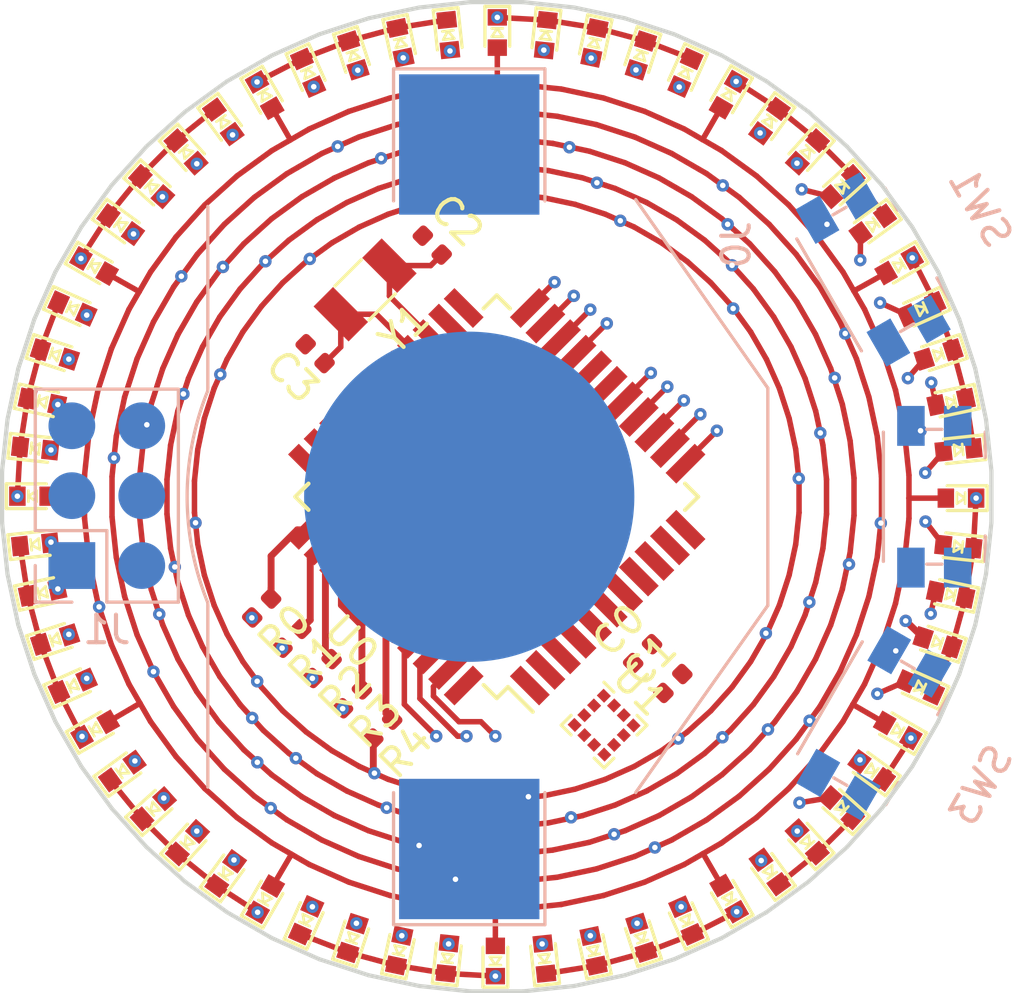
<source format=kicad_pcb>
(kicad_pcb (version 20171130) (host pcbnew 5.1.5-52549c5~84~ubuntu18.04.1)
  (layers (0 F.Cu signal) (1 In1.Cu signal) (2 In2.Cu signal) (31 B.Cu signal) (34 B.Paste user hide) (35 F.Paste user hide) (36 B.SilkS user hide) (37 F.SilkS user hide) (38 B.Mask user hide) (39 F.Mask user hide) (44 Edge.Cuts user))
  (net 0 "")
  (net 1 M4)
  (net 2 M3)
  (net 3 M1)
  (net 4 "Net-(SW2-Pad2)")
  (net 5 M2)
  (net 6 HOUR)
  (net 7 +BATT)
  (net 8 GND)
  (net 9 TWELVE)
  (net 10 ONE)
  (net 11 TWO)
  (net 12 THREE)
  (net 13 FOUR)
  (net 14 FIVE)
  (net 15 SIX)
  (net 16 SEVEN)
  (net 17 EIGHT)
  (net 18 NINE)
  (net 19 TEN)
  (net 20 ELEVEN)
  (net 21 RESET)
  (net 22 "Net-(R0-Pad1)")
  (net 23 "Net-(R1-Pad1)")
  (net 24 "Net-(R2-Pad1)")
  (net 25 "Net-(R3-Pad1)")
  (net 26 "Net-(R4-Pad1)")
  (net 27 "Net-(SW1-Pad2)")
  (net 28 "Net-(SW3-Pad2)")
  (net 29 BAT_MON)
  (net 30 TOSC1)
  (net 31 TOSC2)
  (net 32 CS)
  (net 33 ACC_INT)
  (net 34 "Net-(U0-Pad24)")
  (net 35 "Net-(U0-Pad23)")
  (net 36 "Net-(U0-Pad8)")
  (net 37 "Net-(U0-Pad7)")
  (net 38 SCK)
  (net 39 MISO)
  (net 40 MOSI)
  (net 41 "Net-(U1-Pad6)")
  (net 42 "Net-(U0-Pad10)")
  (net 43 "Net-(U0-Pad9)")
  (module Battery:BatteryHolder_Keystone_3002_1x2032 (layer B.Cu) (at 149 50 270)
    (fp_text reference J0 (at -9.15 -9.7 90) (layer B.SilkS) (effects (justify mirror)))
    (fp_text value "Battery Pads")
    (pad 2 smd circle (at 0 0 270) (size 12 12) (layers B.Cu B.Mask) (net 8 GND))
    (pad 1 smd rect (at -12.8 0 270) (size 5.1 5.1) (layers B.Cu B.Paste B.Mask) (net 7 +BATT))
    (pad 1 smd rect (at 12.8 0 270) (size 5.1 5.1) (layers B.Cu B.Paste B.Mask) (net 7 +BATT))
  )
  (module Button_Switch_SMD:Panasonic_EVQPUK_EVQPUB (layer B.Cu) (at 163.68 41.74 120)
    (fp_text reference SW1 (at 0 4.5 -60) (layer B.SilkS) (effects (justify mirror)))
    (fp_text value UP)
    (pad 1 smd rect (at 2.575 0.85 300) (size 1.45 1) (layers B.Cu B.Paste B.Mask) (net 8 GND))
    (pad 1 smd rect (at -2.575 0.85 300) (size 1.45 1) (layers B.Cu B.Paste B.Mask) (net 8 GND))
    (pad 2 smd rect (at -2.575 -0.85 300) (size 1.45 1) (layers B.Cu B.Paste B.Mask) (net 27 "Net-(SW1-Pad2)"))
    (pad 2 smd rect (at 2.575 -0.85 300) (size 1.45 1) (layers B.Cu B.Paste B.Mask) (net 27 "Net-(SW1-Pad2)"))
  )
  (module Custom_Footprints:ISP_SMD (layer B.Cu) (at 134.56 52.5)
    (fp_text reference J1 (at 1.27 2.33) (layer B.SilkS) (effects (justify mirror)))
    (fp_text value ISP-PROG-6)
    (pad 6 smd oval (at 2.54 -5.08) (size 1.7 1.7) (layers B.Cu B.Paste B.Mask) (net 8 GND))
    (pad 5 smd oval (at 0 -5.08) (size 1.7 1.7) (layers B.Cu B.Paste B.Mask) (net 21 RESET))
    (pad 4 smd oval (at 2.54 -2.54) (size 1.7 1.7) (layers B.Cu B.Paste B.Mask) (net 40 MOSI))
    (pad 3 smd oval (at 0 -2.54) (size 1.7 1.7) (layers B.Cu B.Paste B.Mask) (net 38 SCK))
    (pad 2 smd oval (at 2.54 0) (size 1.7 1.7) (layers B.Cu B.Paste B.Mask) (net 7 +BATT))
    (pad 1 smd rect (at 0 0) (size 1.7 1.7) (layers B.Cu B.Paste B.Mask) (net 39 MISO))
  )
  (module Crystal:Crystal_SMD_3215-2Pin_3.2x1.5mm (layer F.Cu) (at 145.216117 42.483883 225)
    (fp_text reference Y1 (at 0 -2 45) (layer F.SilkS))
    (fp_text value 32.768KHz)
    (pad 2 smd rect (at -1.25 0 225) (size 1 1.8) (layers F.Cu F.Paste F.Mask) (net 30 TOSC1))
    (pad 1 smd rect (at 1.25 0 225) (size 1 1.8) (layers F.Cu F.Paste F.Mask) (net 31 TOSC2))
  )
  (module Package_QFP:TQFP-44_10x10mm_P0.8mm (layer F.Cu) (at 150 50 135)
    (fp_text reference U0 (at 0 -7.45 135) (layer F.SilkS))
    (fp_text value ATmega1284P-AU)
    (pad 44 smd rect (at -4 -5.7 225) (size 1.5 0.55) (layers F.Cu F.Paste F.Mask) (net 32 CS))
    (pad 43 smd rect (at -3.2 -5.7 225) (size 1.5 0.55) (layers F.Cu F.Paste F.Mask) (net 15 SIX))
    (pad 42 smd rect (at -2.4 -5.7 225) (size 1.5 0.55) (layers F.Cu F.Paste F.Mask) (net 16 SEVEN))
    (pad 41 smd rect (at -1.6 -5.7 225) (size 1.5 0.55) (layers F.Cu F.Paste F.Mask) (net 17 EIGHT))
    (pad 40 smd rect (at -0.8 -5.7 225) (size 1.5 0.55) (layers F.Cu F.Paste F.Mask) (net 26 "Net-(R4-Pad1)"))
    (pad 39 smd rect (at 0 -5.7 225) (size 1.5 0.55) (layers F.Cu F.Paste F.Mask) (net 8 GND))
    (pad 38 smd rect (at 0.8 -5.7 225) (size 1.5 0.55) (layers F.Cu F.Paste F.Mask) (net 7 +BATT))
    (pad 37 smd rect (at 1.6 -5.7 225) (size 1.5 0.55) (layers F.Cu F.Paste F.Mask) (net 25 "Net-(R3-Pad1)"))
    (pad 36 smd rect (at 2.4 -5.7 225) (size 1.5 0.55) (layers F.Cu F.Paste F.Mask) (net 24 "Net-(R2-Pad1)"))
    (pad 35 smd rect (at 3.2 -5.7 225) (size 1.5 0.55) (layers F.Cu F.Paste F.Mask) (net 23 "Net-(R1-Pad1)"))
    (pad 34 smd rect (at 4 -5.7 225) (size 1.5 0.55) (layers F.Cu F.Paste F.Mask) (net 22 "Net-(R0-Pad1)"))
    (pad 33 smd rect (at 5.7 -4 135) (size 1.5 0.55) (layers F.Cu F.Paste F.Mask) (net 18 NINE))
    (pad 32 smd rect (at 5.7 -3.2 135) (size 1.5 0.55) (layers F.Cu F.Paste F.Mask) (net 19 TEN))
    (pad 31 smd rect (at 5.7 -2.4 135) (size 1.5 0.55) (layers F.Cu F.Paste F.Mask) (net 33 ACC_INT))
    (pad 30 smd rect (at 5.7 -1.6 135) (size 1.5 0.55) (layers F.Cu F.Paste F.Mask) (net 29 BAT_MON))
    (pad 29 smd rect (at 5.7 -0.8 135) (size 1.5 0.55) (layers F.Cu F.Paste F.Mask) (net 7 +BATT))
    (pad 28 smd rect (at 5.7 0 135) (size 1.5 0.55) (layers F.Cu F.Paste F.Mask) (net 8 GND))
    (pad 27 smd rect (at 5.7 0.8 135) (size 1.5 0.55) (layers F.Cu F.Paste F.Mask) (net 7 +BATT))
    (pad 26 smd rect (at 5.7 1.6 135) (size 1.5 0.55) (layers F.Cu F.Paste F.Mask) (net 31 TOSC2))
    (pad 25 smd rect (at 5.7 2.4 135) (size 1.5 0.55) (layers F.Cu F.Paste F.Mask) (net 30 TOSC1))
    (pad 24 smd rect (at 5.7 3.2 135) (size 1.5 0.55) (layers F.Cu F.Paste F.Mask) (net 34 "Net-(U0-Pad24)"))
    (pad 23 smd rect (at 5.7 4 135) (size 1.5 0.55) (layers F.Cu F.Paste F.Mask) (net 35 "Net-(U0-Pad23)"))
    (pad 22 smd rect (at 4 5.7 225) (size 1.5 0.55) (layers F.Cu F.Paste F.Mask) (net 20 ELEVEN))
    (pad 21 smd rect (at 3.2 5.7 225) (size 1.5 0.55) (layers F.Cu F.Paste F.Mask) (net 9 TWELVE))
    (pad 20 smd rect (at 2.4 5.7 225) (size 1.5 0.55) (layers F.Cu F.Paste F.Mask) (net 10 ONE))
    (pad 19 smd rect (at 1.6 5.7 225) (size 1.5 0.55) (layers F.Cu F.Paste F.Mask) (net 11 TWO))
    (pad 18 smd rect (at 0.8 5.7 225) (size 1.5 0.55) (layers F.Cu F.Paste F.Mask) (net 8 GND))
    (pad 17 smd rect (at 0 5.7 225) (size 1.5 0.55) (layers F.Cu F.Paste F.Mask) (net 7 +BATT))
    (pad 16 smd rect (at -0.8 5.7 225) (size 1.5 0.55) (layers F.Cu F.Paste F.Mask) (net 27 "Net-(SW1-Pad2)"))
    (pad 15 smd rect (at -1.6 5.7 225) (size 1.5 0.55) (layers F.Cu F.Paste F.Mask) (net 28 "Net-(SW3-Pad2)"))
    (pad 14 smd rect (at -2.4 5.7 225) (size 1.5 0.55) (layers F.Cu F.Paste F.Mask) (net 12 THREE))
    (pad 13 smd rect (at -3.2 5.7 225) (size 1.5 0.55) (layers F.Cu F.Paste F.Mask) (net 4 "Net-(SW2-Pad2)"))
    (pad 12 smd rect (at -4 5.7 225) (size 1.5 0.55) (layers F.Cu F.Paste F.Mask) (net 13 FOUR))
    (pad 11 smd rect (at -5.7 4 135) (size 1.5 0.55) (layers F.Cu F.Paste F.Mask) (net 14 FIVE))
    (pad 10 smd rect (at -5.7 3.2 135) (size 1.5 0.55) (layers F.Cu F.Paste F.Mask) (net 42 "Net-(U0-Pad10)"))
    (pad 9 smd rect (at -5.7 2.4 135) (size 1.5 0.55) (layers F.Cu F.Paste F.Mask) (net 43 "Net-(U0-Pad9)"))
    (pad 8 smd rect (at -5.7 1.6 135) (size 1.5 0.55) (layers F.Cu F.Paste F.Mask) (net 36 "Net-(U0-Pad8)"))
    (pad 7 smd rect (at -5.7 0.8 135) (size 1.5 0.55) (layers F.Cu F.Paste F.Mask) (net 37 "Net-(U0-Pad7)"))
    (pad 6 smd rect (at -5.7 0 135) (size 1.5 0.55) (layers F.Cu F.Paste F.Mask) (net 8 GND))
    (pad 5 smd rect (at -5.7 -0.8 135) (size 1.5 0.55) (layers F.Cu F.Paste F.Mask) (net 7 +BATT))
    (pad 4 smd rect (at -5.7 -1.6 135) (size 1.5 0.55) (layers F.Cu F.Paste F.Mask) (net 21 RESET))
    (pad 3 smd rect (at -5.7 -2.4 135) (size 1.5 0.55) (layers F.Cu F.Paste F.Mask) (net 38 SCK))
    (pad 2 smd rect (at -5.7 -3.2 135) (size 1.5 0.55) (layers F.Cu F.Paste F.Mask) (net 39 MISO))
    (pad 1 smd rect (at -5.7 -4 135) (size 1.5 0.55) (layers F.Cu F.Paste F.Mask) (net 40 MOSI))
  )
  (module Resistor_SMD:R_0402_1005Metric (layer F.Cu) (at 145.857053 58.442947 225)
    (fp_text reference R4 (at 0 -1.17 45) (layer F.SilkS))
    (fp_text value 220R)
    (pad 2 smd roundrect (at 0.485 0 225) (size 0.59 0.64) (layers F.Cu F.Paste F.Mask) (net 1 M4))
    (pad 1 smd roundrect (at -0.485 0 225) (size 0.59 0.64) (layers F.Cu F.Paste F.Mask) (net 26 "Net-(R4-Pad1)"))
  )
  (module Resistor_SMD:R_0402_1005Metric (layer F.Cu) (at 144.757053 57.342947 225)
    (fp_text reference R3 (at 0 -1.17 45) (layer F.SilkS))
    (fp_text value 220R)
    (pad 2 smd roundrect (at 0.485 0 225) (size 0.59 0.64) (layers F.Cu F.Paste F.Mask) (net 2 M3))
    (pad 1 smd roundrect (at -0.485 0 225) (size 0.59 0.64) (layers F.Cu F.Paste F.Mask) (net 25 "Net-(R3-Pad1)"))
  )
  (module Resistor_SMD:R_0402_1005Metric (layer F.Cu) (at 143.657053 56.242947 225)
    (fp_text reference R2 (at 0 -1.17 45) (layer F.SilkS))
    (fp_text value 220R)
    (pad 2 smd roundrect (at 0.485 0 225) (size 0.59 0.64) (layers F.Cu F.Paste F.Mask) (net 5 M2))
    (pad 1 smd roundrect (at -0.485 0 225) (size 0.59 0.64) (layers F.Cu F.Paste F.Mask) (net 24 "Net-(R2-Pad1)"))
  )
  (module Resistor_SMD:R_0402_1005Metric (layer F.Cu) (at 142.557053 55.142947 225)
    (fp_text reference R1 (at 0 -1.17 45) (layer F.SilkS))
    (fp_text value 220R)
    (pad 2 smd roundrect (at 0.485 0 225) (size 0.59 0.64) (layers F.Cu F.Paste F.Mask) (net 3 M1))
    (pad 1 smd roundrect (at -0.485 0 225) (size 0.59 0.64) (layers F.Cu F.Paste F.Mask) (net 23 "Net-(R1-Pad1)"))
  )
  (module Resistor_SMD:R_0402_1005Metric (layer F.Cu) (at 141.457053 54.042947 225)
    (fp_text reference R0 (at 0 -1.17 45) (layer F.SilkS))
    (fp_text value 220R)
    (pad 2 smd roundrect (at 0.485 0 225) (size 0.59 0.64) (layers F.Cu F.Paste F.Mask) (net 6 HOUR))
    (pad 1 smd roundrect (at -0.485 0 225) (size 0.59 0.64) (layers F.Cu F.Paste F.Mask) (net 22 "Net-(R0-Pad1)"))
  )
  (module "Custom Footprints:LED_0402-Clean" (layer F.Cu) (at 148.24 33.22 276)
    (fp_text reference D59)
    (fp_text value LED_ALT)
    (pad 2 smd rect (at 0.55 0 96) (size 0.6 0.7) (layers F.Cu F.Paste F.Mask) (net 1 M4))
    (pad 1 smd rect (at -0.55 0 96) (size 0.6 0.7) (layers F.Cu F.Paste F.Mask) (net 20 ELEVEN))
  )
  (module "Custom Footprints:LED_0402-Clean" (layer F.Cu) (at 146.5 33.5 282)
    (fp_text reference D58)
    (fp_text value LED_ALT)
    (pad 2 smd rect (at 0.55 0 102) (size 0.6 0.7) (layers F.Cu F.Paste F.Mask) (net 2 M3))
    (pad 1 smd rect (at -0.55 0 102) (size 0.6 0.7) (layers F.Cu F.Paste F.Mask) (net 20 ELEVEN))
  )
  (module "Custom Footprints:LED_0402-Clean" (layer F.Cu) (at 144.79 33.96 288)
    (fp_text reference D57)
    (fp_text value LED_ALT)
    (pad 2 smd rect (at 0.55 0 108) (size 0.6 0.7) (layers F.Cu F.Paste F.Mask) (net 5 M2))
    (pad 1 smd rect (at -0.55 0 108) (size 0.6 0.7) (layers F.Cu F.Paste F.Mask) (net 20 ELEVEN))
  )
  (module "Custom Footprints:LED_0402-Clean" (layer F.Cu) (at 143.143705 34.59245 294)
    (fp_text reference D56)
    (fp_text value LED_ALT)
    (pad 2 smd rect (at 0.55 0 114) (size 0.6 0.7) (layers F.Cu F.Paste F.Mask) (net 3 M1))
    (pad 1 smd rect (at -0.55 0 114) (size 0.6 0.7) (layers F.Cu F.Paste F.Mask) (net 20 ELEVEN))
  )
  (module "Custom Footprints:LED_0402-Clean" (layer F.Cu) (at 141.565 35.403686 300)
    (fp_text reference D55)
    (fp_text value LED_ALT)
    (pad 2 smd rect (at 0.55 0 120) (size 0.6 0.7) (layers F.Cu F.Paste F.Mask) (net 6 HOUR))
    (pad 1 smd rect (at -0.55 0 120) (size 0.6 0.7) (layers F.Cu F.Paste F.Mask) (net 20 ELEVEN))
  )
  (module "Custom Footprints:LED_0402-Clean" (layer F.Cu) (at 140.063282 36.374959 306)
    (fp_text reference D54)
    (fp_text value LED_ALT)
    (pad 2 smd rect (at 0.55 0 126) (size 0.6 0.7) (layers F.Cu F.Paste F.Mask) (net 1 M4))
    (pad 1 smd rect (at -0.55 0 126) (size 0.6 0.7) (layers F.Cu F.Paste F.Mask) (net 19 TEN))
  )
  (module "Custom Footprints:LED_0402-Clean" (layer F.Cu) (at 138.708022 37.46873 312)
    (fp_text reference D53)
    (fp_text value LED_ALT)
    (pad 2 smd rect (at 0.55 0 132) (size 0.6 0.7) (layers F.Cu F.Paste F.Mask) (net 2 M3))
    (pad 1 smd rect (at -0.55 0 132) (size 0.6 0.7) (layers F.Cu F.Paste F.Mask) (net 19 TEN))
  )
  (module "Custom Footprints:LED_0402-Clean" (layer F.Cu) (at 137.45873 38.728022 318)
    (fp_text reference D52)
    (fp_text value LED_ALT)
    (pad 2 smd rect (at 0.55 0 138) (size 0.6 0.7) (layers F.Cu F.Paste F.Mask) (net 5 M2))
    (pad 1 smd rect (at -0.55 0 138) (size 0.6 0.7) (layers F.Cu F.Paste F.Mask) (net 19 TEN))
  )
  (module "Custom Footprints:LED_0402-Clean" (layer F.Cu) (at 136.334959 40.113282 324)
    (fp_text reference D51)
    (fp_text value LED_ALT)
    (pad 2 smd rect (at 0.55 0 144) (size 0.6 0.7) (layers F.Cu F.Paste F.Mask) (net 3 M1))
    (pad 1 smd rect (at -0.55 0 144) (size 0.6 0.7) (layers F.Cu F.Paste F.Mask) (net 19 TEN))
  )
  (module "Custom Footprints:LED_0402-Clean" (layer F.Cu) (at 135.366314 41.615 330)
    (fp_text reference D50)
    (fp_text value LED_ALT)
    (pad 2 smd rect (at 0.55 0 150) (size 0.6 0.7) (layers F.Cu F.Paste F.Mask) (net 6 HOUR))
    (pad 1 smd rect (at -0.55 0 150) (size 0.6 0.7) (layers F.Cu F.Paste F.Mask) (net 19 TEN))
  )
  (module "Custom Footprints:LED_0402-Clean" (layer F.Cu) (at 134.58 43.16 336)
    (fp_text reference D49)
    (fp_text value LED_ALT)
    (pad 2 smd rect (at 0.55 0 156) (size 0.6 0.7) (layers F.Cu F.Paste F.Mask) (net 1 M4))
    (pad 1 smd rect (at -0.55 0 156) (size 0.6 0.7) (layers F.Cu F.Paste F.Mask) (net 18 NINE))
  )
  (module "Custom Footprints:LED_0402-Clean" (layer F.Cu) (at 133.943081 44.829959 342)
    (fp_text reference D48)
    (fp_text value LED_ALT)
    (pad 2 smd rect (at 0.55 0 162) (size 0.6 0.7) (layers F.Cu F.Paste F.Mask) (net 2 M3))
    (pad 1 smd rect (at -0.55 0 162) (size 0.6 0.7) (layers F.Cu F.Paste F.Mask) (net 18 NINE))
  )
  (module "Custom Footprints:LED_0402-Clean" (layer F.Cu) (at 133.487981 46.544351 348)
    (fp_text reference D47)
    (fp_text value LED_ALT)
    (pad 2 smd rect (at 0.55 0 168) (size 0.6 0.7) (layers F.Cu F.Paste F.Mask) (net 5 M2))
    (pad 1 smd rect (at -0.55 0 168) (size 0.6 0.7) (layers F.Cu F.Paste F.Mask) (net 18 NINE))
  )
  (module "Custom Footprints:LED_0402-Clean" (layer F.Cu) (at 133.226987 48.247491 354)
    (fp_text reference D46)
    (fp_text value LED_ALT)
    (pad 2 smd rect (at 0.55 0 174) (size 0.6 0.7) (layers F.Cu F.Paste F.Mask) (net 3 M1))
    (pad 1 smd rect (at -0.55 0 174) (size 0.6 0.7) (layers F.Cu F.Paste F.Mask) (net 18 NINE))
  )
  (module "Custom Footprints:LED_0402-Clean" (layer F.Cu) (at 133.13 49.98)
    (fp_text reference D45)
    (fp_text value LED_ALT)
    (pad 2 smd rect (at 0.55 0 180) (size 0.6 0.7) (layers F.Cu F.Paste F.Mask) (net 6 HOUR))
    (pad 1 smd rect (at -0.55 0 180) (size 0.6 0.7) (layers F.Cu F.Paste F.Mask) (net 18 NINE))
  )
  (module "Custom Footprints:LED_0402-Clean" (layer F.Cu) (at 133.226987 51.732509 6)
    (fp_text reference D44)
    (fp_text value LED_ALT)
    (pad 2 smd rect (at 0.55 0 186) (size 0.6 0.7) (layers F.Cu F.Paste F.Mask) (net 1 M4))
    (pad 1 smd rect (at -0.55 0 186) (size 0.6 0.7) (layers F.Cu F.Paste F.Mask) (net 17 EIGHT))
  )
  (module "Custom Footprints:LED_0402-Clean" (layer F.Cu) (at 133.497981 53.485649 12)
    (fp_text reference D43)
    (fp_text value LED_ALT)
    (pad 2 smd rect (at 0.55 0 192) (size 0.6 0.7) (layers F.Cu F.Paste F.Mask) (net 2 M3))
    (pad 1 smd rect (at -0.55 0 192) (size 0.6 0.7) (layers F.Cu F.Paste F.Mask) (net 17 EIGHT))
  )
  (module "Custom Footprints:LED_0402-Clean" (layer F.Cu) (at 133.953081 55.190041 18)
    (fp_text reference D42)
    (fp_text value LED_ALT)
    (pad 2 smd rect (at 0.55 0 198) (size 0.6 0.7) (layers F.Cu F.Paste F.Mask) (net 5 M2))
    (pad 1 smd rect (at -0.55 0 198) (size 0.6 0.7) (layers F.Cu F.Paste F.Mask) (net 17 EIGHT))
  )
  (module "Custom Footprints:LED_0402-Clean" (layer F.Cu) (at 134.59245 56.866295 24)
    (fp_text reference D41)
    (fp_text value LED_ALT)
    (pad 2 smd rect (at 0.55 0 204) (size 0.6 0.7) (layers F.Cu F.Paste F.Mask) (net 3 M1))
    (pad 1 smd rect (at -0.55 0 204) (size 0.6 0.7) (layers F.Cu F.Paste F.Mask) (net 17 EIGHT))
  )
  (module "Custom Footprints:LED_0402-Clean" (layer F.Cu) (at 135.406314 58.455 30)
    (fp_text reference D40)
    (fp_text value LED_ALT)
    (pad 2 smd rect (at 0.55 0 210) (size 0.6 0.7) (layers F.Cu F.Paste F.Mask) (net 6 HOUR))
    (pad 1 smd rect (at -0.55 0 210) (size 0.6 0.7) (layers F.Cu F.Paste F.Mask) (net 17 EIGHT))
  )
  (module "Custom Footprints:LED_0402-Clean" (layer F.Cu) (at 136.394959 59.966718 36)
    (fp_text reference D39)
    (fp_text value LED_ALT)
    (pad 2 smd rect (at 0.55 0 216) (size 0.6 0.7) (layers F.Cu F.Paste F.Mask) (net 1 M4))
    (pad 1 smd rect (at -0.55 0 216) (size 0.6 0.7) (layers F.Cu F.Paste F.Mask) (net 16 SEVEN))
  )
  (module "Custom Footprints:LED_0402-Clean" (layer F.Cu) (at 137.52 61.34 42)
    (fp_text reference D38)
    (fp_text value LED_ALT)
    (pad 2 smd rect (at 0.55 0 222) (size 0.6 0.7) (layers F.Cu F.Paste F.Mask) (net 2 M3))
    (pad 1 smd rect (at -0.55 0 222) (size 0.6 0.7) (layers F.Cu F.Paste F.Mask) (net 16 SEVEN))
  )
  (module "Custom Footprints:LED_0402-Clean" (layer F.Cu) (at 138.76 62.57 48)
    (fp_text reference D37)
    (fp_text value LED_ALT)
    (pad 2 smd rect (at 0.55 0 228) (size 0.6 0.7) (layers F.Cu F.Paste F.Mask) (net 5 M2))
    (pad 1 smd rect (at -0.55 0 228) (size 0.6 0.7) (layers F.Cu F.Paste F.Mask) (net 16 SEVEN))
  )
  (module "Custom Footprints:LED_0402-Clean" (layer F.Cu) (at 140.15 63.69 54)
    (fp_text reference D36)
    (fp_text value LED_ALT)
    (pad 2 smd rect (at 0.55 0 234) (size 0.6 0.7) (layers F.Cu F.Paste F.Mask) (net 3 M1))
    (pad 1 smd rect (at -0.55 0 234) (size 0.6 0.7) (layers F.Cu F.Paste F.Mask) (net 16 SEVEN))
  )
  (module "Custom Footprints:LED_0402-Clean" (layer F.Cu) (at 141.585 64.623686 60)
    (fp_text reference D35)
    (fp_text value LED_ALT)
    (pad 2 smd rect (at 0.55 0 240) (size 0.6 0.7) (layers F.Cu F.Paste F.Mask) (net 6 HOUR))
    (pad 1 smd rect (at -0.55 0 240) (size 0.6 0.7) (layers F.Cu F.Paste F.Mask) (net 16 SEVEN))
  )
  (module "Custom Footprints:LED_0402-Clean" (layer F.Cu) (at 143.073705 65.38755 66)
    (fp_text reference D34)
    (fp_text value LED_ALT)
    (pad 2 smd rect (at 0.55 0 246) (size 0.6 0.7) (layers F.Cu F.Paste F.Mask) (net 1 M4))
    (pad 1 smd rect (at -0.55 0 246) (size 0.6 0.7) (layers F.Cu F.Paste F.Mask) (net 15 SIX))
  )
  (module "Custom Footprints:LED_0402-Clean" (layer F.Cu) (at 144.759959 66.036919 72)
    (fp_text reference D33)
    (fp_text value LED_ALT)
    (pad 2 smd rect (at 0.55 0 252) (size 0.6 0.7) (layers F.Cu F.Paste F.Mask) (net 2 M3))
    (pad 1 smd rect (at -0.55 0 252) (size 0.6 0.7) (layers F.Cu F.Paste F.Mask) (net 15 SIX))
  )
  (module "Custom Footprints:LED_0402-Clean" (layer F.Cu) (at 146.454351 66.492019 78)
    (fp_text reference D32)
    (fp_text value LED_ALT)
    (pad 2 smd rect (at 0.55 0 258) (size 0.6 0.7) (layers F.Cu F.Paste F.Mask) (net 5 M2))
    (pad 1 smd rect (at -0.55 0 258) (size 0.6 0.7) (layers F.Cu F.Paste F.Mask) (net 15 SIX))
  )
  (module "Custom Footprints:LED_0402-Clean" (layer F.Cu) (at 148.207491 66.773013 84)
    (fp_text reference D31)
    (fp_text value LED_ALT)
    (pad 2 smd rect (at 0.55 0 264) (size 0.6 0.7) (layers F.Cu F.Paste F.Mask) (net 3 M1))
    (pad 1 smd rect (at -0.55 0 264) (size 0.6 0.7) (layers F.Cu F.Paste F.Mask) (net 15 SIX))
  )
  (module "Custom Footprints:LED_0402-Clean" (layer F.Cu) (at 149.95 66.87 90)
    (fp_text reference D30)
    (fp_text value LED_ALT)
    (pad 2 smd rect (at 0.55 0 270) (size 0.6 0.7) (layers F.Cu F.Paste F.Mask) (net 6 HOUR))
    (pad 1 smd rect (at -0.55 0 270) (size 0.6 0.7) (layers F.Cu F.Paste F.Mask) (net 15 SIX))
  )
  (module "Custom Footprints:LED_0402-Clean" (layer F.Cu) (at 151.732509 66.783013 96)
    (fp_text reference D29)
    (fp_text value LED_ALT)
    (pad 2 smd rect (at 0.55 0 276) (size 0.6 0.7) (layers F.Cu F.Paste F.Mask) (net 1 M4))
    (pad 1 smd rect (at -0.55 0 276) (size 0.6 0.7) (layers F.Cu F.Paste F.Mask) (net 14 FIVE))
  )
  (module "Custom Footprints:LED_0402-Clean" (layer F.Cu) (at 153.52 66.5 102)
    (fp_text reference D28)
    (fp_text value LED_ALT)
    (pad 2 smd rect (at 0.55 0 282) (size 0.6 0.7) (layers F.Cu F.Paste F.Mask) (net 2 M3))
    (pad 1 smd rect (at -0.55 0 282) (size 0.6 0.7) (layers F.Cu F.Paste F.Mask) (net 14 FIVE))
  )
  (module "Custom Footprints:LED_0402-Clean" (layer F.Cu) (at 155.260041 66.026919 108)
    (fp_text reference D27)
    (fp_text value LED_ALT)
    (pad 2 smd rect (at 0.55 0 288) (size 0.6 0.7) (layers F.Cu F.Paste F.Mask) (net 5 M2))
    (pad 1 smd rect (at -0.55 0 288) (size 0.6 0.7) (layers F.Cu F.Paste F.Mask) (net 14 FIVE))
  )
  (module "Custom Footprints:LED_0402-Clean" (layer F.Cu) (at 156.89 65.4 114)
    (fp_text reference D26)
    (fp_text value LED_ALT)
    (pad 2 smd rect (at 0.55 0 294) (size 0.6 0.7) (layers F.Cu F.Paste F.Mask) (net 3 M1))
    (pad 1 smd rect (at -0.55 0 294) (size 0.6 0.7) (layers F.Cu F.Paste F.Mask) (net 14 FIVE))
  )
  (module "Custom Footprints:LED_0402-Clean" (layer F.Cu) (at 158.445 64.603686 120)
    (fp_text reference D25)
    (fp_text value LED_ALT)
    (pad 2 smd rect (at 0.55 0 300) (size 0.6 0.7) (layers F.Cu F.Paste F.Mask) (net 6 HOUR))
    (pad 1 smd rect (at -0.55 0 300) (size 0.6 0.7) (layers F.Cu F.Paste F.Mask) (net 14 FIVE))
  )
  (module "Custom Footprints:LED_0402-Clean" (layer F.Cu) (at 159.926718 63.635041 126)
    (fp_text reference D24)
    (fp_text value LED_ALT)
    (pad 2 smd rect (at 0.55 0 306) (size 0.6 0.7) (layers F.Cu F.Paste F.Mask) (net 1 M4))
    (pad 1 smd rect (at -0.55 0 306) (size 0.6 0.7) (layers F.Cu F.Paste F.Mask) (net 13 FOUR))
  )
  (module "Custom Footprints:LED_0402-Clean" (layer F.Cu) (at 161.281978 62.54127 132)
    (fp_text reference D23)
    (fp_text value LED_ALT)
    (pad 2 smd rect (at 0.55 0 312) (size 0.6 0.7) (layers F.Cu F.Paste F.Mask) (net 2 M3))
    (pad 1 smd rect (at -0.55 0 312) (size 0.6 0.7) (layers F.Cu F.Paste F.Mask) (net 13 FOUR))
  )
  (module "Custom Footprints:LED_0402-Clean" (layer F.Cu) (at 162.53127 61.301978 138)
    (fp_text reference D22)
    (fp_text value LED_ALT)
    (pad 2 smd rect (at 0.55 0 318) (size 0.6 0.7) (layers F.Cu F.Paste F.Mask) (net 5 M2))
    (pad 1 smd rect (at -0.55 0 318) (size 0.6 0.7) (layers F.Cu F.Paste F.Mask) (net 13 FOUR))
  )
  (module "Custom Footprints:LED_0402-Clean" (layer F.Cu) (at 163.625041 59.946718 144)
    (fp_text reference D21)
    (fp_text value LED_ALT)
    (pad 2 smd rect (at 0.55 0 324) (size 0.6 0.7) (layers F.Cu F.Paste F.Mask) (net 3 M1))
    (pad 1 smd rect (at -0.55 0 324) (size 0.6 0.7) (layers F.Cu F.Paste F.Mask) (net 13 FOUR))
  )
  (module "Custom Footprints:LED_0402-Clean" (layer F.Cu) (at 164.573686 58.495 150)
    (fp_text reference D20)
    (fp_text value LED_ALT)
    (pad 2 smd rect (at 0.55 0 330) (size 0.6 0.7) (layers F.Cu F.Paste F.Mask) (net 6 HOUR))
    (pad 1 smd rect (at -0.55 0 330) (size 0.6 0.7) (layers F.Cu F.Paste F.Mask) (net 13 FOUR))
  )
  (module "Custom Footprints:LED_0402-Clean" (layer F.Cu) (at 165.37755 56.926295 156)
    (fp_text reference D19)
    (fp_text value LED_ALT)
    (pad 2 smd rect (at 0.55 0 336) (size 0.6 0.7) (layers F.Cu F.Paste F.Mask) (net 1 M4))
    (pad 1 smd rect (at -0.55 0 336) (size 0.6 0.7) (layers F.Cu F.Paste F.Mask) (net 12 THREE))
  )
  (module "Custom Footprints:LED_0402-Clean" (layer F.Cu) (at 166.016919 55.290041 162)
    (fp_text reference D18)
    (fp_text value LED_ALT)
    (pad 2 smd rect (at 0.55 0 342) (size 0.6 0.7) (layers F.Cu F.Paste F.Mask) (net 2 M3))
    (pad 1 smd rect (at -0.55 0 342) (size 0.6 0.7) (layers F.Cu F.Paste F.Mask) (net 12 THREE))
  )
  (module "Custom Footprints:LED_0402-Clean" (layer F.Cu) (at 166.492019 53.555649 168)
    (fp_text reference D17)
    (fp_text value LED_ALT)
    (pad 2 smd rect (at 0.55 0 348) (size 0.6 0.7) (layers F.Cu F.Paste F.Mask) (net 5 M2))
    (pad 1 smd rect (at -0.55 0 348) (size 0.6 0.7) (layers F.Cu F.Paste F.Mask) (net 12 THREE))
  )
  (module "Custom Footprints:LED_0402-Clean" (layer F.Cu) (at 166.773013 51.812509 174)
    (fp_text reference D16)
    (fp_text value LED_ALT)
    (pad 2 smd rect (at 0.55 0 354) (size 0.6 0.7) (layers F.Cu F.Paste F.Mask) (net 3 M1))
    (pad 1 smd rect (at -0.55 0 354) (size 0.6 0.7) (layers F.Cu F.Paste F.Mask) (net 12 THREE))
  )
  (module "Custom Footprints:LED_0402-Clean" (layer F.Cu) (at 166.87 50.05 180)
    (fp_text reference D15)
    (fp_text value LED_ALT)
    (pad 2 smd rect (at 0.55 0) (size 0.6 0.7) (layers F.Cu F.Paste F.Mask) (net 6 HOUR))
    (pad 1 smd rect (at -0.55 0) (size 0.6 0.7) (layers F.Cu F.Paste F.Mask) (net 12 THREE))
  )
  (module "Custom Footprints:LED_0402-Clean" (layer F.Cu) (at 166.783013 48.297491 186)
    (fp_text reference D14)
    (fp_text value LED_ALT)
    (pad 2 smd rect (at 0.55 0 6) (size 0.6 0.7) (layers F.Cu F.Paste F.Mask) (net 1 M4))
    (pad 1 smd rect (at -0.55 0 6) (size 0.6 0.7) (layers F.Cu F.Paste F.Mask) (net 11 TWO))
  )
  (module "Custom Footprints:LED_0402-Clean" (layer F.Cu) (at 166.512019 46.554351 192)
    (fp_text reference D13)
    (fp_text value LED_ALT)
    (pad 2 smd rect (at 0.55 0 12) (size 0.6 0.7) (layers F.Cu F.Paste F.Mask) (net 2 M3))
    (pad 1 smd rect (at -0.55 0 12) (size 0.6 0.7) (layers F.Cu F.Paste F.Mask) (net 11 TWO))
  )
  (module "Custom Footprints:LED_0402-Clean" (layer F.Cu) (at 166.056919 44.829959 198)
    (fp_text reference D12)
    (fp_text value LED_ALT)
    (pad 2 smd rect (at 0.55 0 18) (size 0.6 0.7) (layers F.Cu F.Paste F.Mask) (net 5 M2))
    (pad 1 smd rect (at -0.55 0 18) (size 0.6 0.7) (layers F.Cu F.Paste F.Mask) (net 11 TWO))
  )
  (module "Custom Footprints:LED_0402-Clean" (layer F.Cu) (at 165.43 43.18 204)
    (fp_text reference D11)
    (fp_text value LED_ALT)
    (pad 2 smd rect (at 0.55 0 24) (size 0.6 0.7) (layers F.Cu F.Paste F.Mask) (net 3 M1))
    (pad 1 smd rect (at -0.55 0 24) (size 0.6 0.7) (layers F.Cu F.Paste F.Mask) (net 11 TWO))
  )
  (module "Custom Footprints:LED_0402-Clean" (layer F.Cu) (at 164.623686 41.595 210)
    (fp_text reference D10)
    (fp_text value LED_ALT)
    (pad 2 smd rect (at 0.55 0 30) (size 0.6 0.7) (layers F.Cu F.Paste F.Mask) (net 6 HOUR))
    (pad 1 smd rect (at -0.55 0 30) (size 0.6 0.7) (layers F.Cu F.Paste F.Mask) (net 11 TWO))
  )
  (module "Custom Footprints:LED_0402-Clean" (layer F.Cu) (at 163.665041 40.113282 216)
    (fp_text reference D9)
    (fp_text value LED_ALT)
    (pad 2 smd rect (at 0.55 0 36) (size 0.6 0.7) (layers F.Cu F.Paste F.Mask) (net 1 M4))
    (pad 1 smd rect (at -0.55 0 36) (size 0.6 0.7) (layers F.Cu F.Paste F.Mask) (net 10 ONE))
  )
  (module "Custom Footprints:LED_0402-Clean" (layer F.Cu) (at 162.55127 38.728022 222)
    (fp_text reference D8)
    (fp_text value LED_ALT)
    (pad 2 smd rect (at 0.55 0 42) (size 0.6 0.7) (layers F.Cu F.Paste F.Mask) (net 2 M3))
    (pad 1 smd rect (at -0.55 0 42) (size 0.6 0.7) (layers F.Cu F.Paste F.Mask) (net 10 ONE))
  )
  (module "Custom Footprints:LED_0402-Clean" (layer F.Cu) (at 161.291978 37.46873 228)
    (fp_text reference D7)
    (fp_text value LED_ALT)
    (pad 2 smd rect (at 0.55 0 48) (size 0.6 0.7) (layers F.Cu F.Paste F.Mask) (net 5 M2))
    (pad 1 smd rect (at -0.55 0 48) (size 0.6 0.7) (layers F.Cu F.Paste F.Mask) (net 10 ONE))
  )
  (module "Custom Footprints:LED_0402-Clean" (layer F.Cu) (at 159.91 36.35 234)
    (fp_text reference D6)
    (fp_text value LED_ALT)
    (pad 2 smd rect (at 0.55 0 54) (size 0.6 0.7) (layers F.Cu F.Paste F.Mask) (net 3 M1))
    (pad 1 smd rect (at -0.55 0 54) (size 0.6 0.7) (layers F.Cu F.Paste F.Mask) (net 10 ONE))
  )
  (module "Custom Footprints:LED_0402-Clean" (layer F.Cu) (at 158.425 35.386314 240)
    (fp_text reference D5)
    (fp_text value LED_ALT)
    (pad 2 smd rect (at 0.55 0 60) (size 0.6 0.7) (layers F.Cu F.Paste F.Mask) (net 6 HOUR))
    (pad 1 smd rect (at -0.55 0 60) (size 0.6 0.7) (layers F.Cu F.Paste F.Mask) (net 10 ONE))
  )
  (module "Custom Footprints:LED_0402-Clean" (layer F.Cu) (at 156.86 34.59 246)
    (fp_text reference D4)
    (fp_text value LED_ALT)
    (pad 2 smd rect (at 0.55 0 66) (size 0.6 0.7) (layers F.Cu F.Paste F.Mask) (net 1 M4))
    (pad 1 smd rect (at -0.55 0 66) (size 0.6 0.7) (layers F.Cu F.Paste F.Mask) (net 9 TWELVE))
  )
  (module "Custom Footprints:LED_0402-Clean" (layer F.Cu) (at 155.240041 33.963081 252)
    (fp_text reference D3)
    (fp_text value LED_ALT)
    (pad 2 smd rect (at 0.55 0 72) (size 0.6 0.7) (layers F.Cu F.Paste F.Mask) (net 2 M3))
    (pad 1 smd rect (at -0.55 0 72) (size 0.6 0.7) (layers F.Cu F.Paste F.Mask) (net 9 TWELVE))
  )
  (module "Custom Footprints:LED_0402-Clean" (layer F.Cu) (at 153.55 33.51 258)
    (fp_text reference D2)
    (fp_text value LED_ALT)
    (pad 2 smd rect (at 0.55 0 78) (size 0.6 0.7) (layers F.Cu F.Paste F.Mask) (net 5 M2))
    (pad 1 smd rect (at -0.55 0 78) (size 0.6 0.7) (layers F.Cu F.Paste F.Mask) (net 9 TWELVE))
  )
  (module "Custom Footprints:LED_0402-Clean" (layer F.Cu) (at 151.782509 33.226987 264)
    (fp_text reference D1)
    (fp_text value LED_ALT)
    (pad 2 smd rect (at 0.55 0 84) (size 0.6 0.7) (layers F.Cu F.Paste F.Mask) (net 3 M1))
    (pad 1 smd rect (at -0.55 0 84) (size 0.6 0.7) (layers F.Cu F.Paste F.Mask) (net 9 TWELVE))
  )
  (module "Custom Footprints:LED_0402-Clean" (layer F.Cu) (at 150.02 33.13 270)
    (fp_text reference D0)
    (fp_text value LED_ALT)
    (pad 2 smd rect (at 0.55 0 90) (size 0.6 0.7) (layers F.Cu F.Paste F.Mask) (net 6 HOUR))
    (pad 1 smd rect (at -0.55 0 90) (size 0.6 0.7) (layers F.Cu F.Paste F.Mask) (net 9 TWELVE))
  )
  (module Capacitor_SMD:C_0402_1005Metric (layer F.Cu) (at 155.3 55.7 225)
    (fp_text reference C0 (at 0.007071 1.209153 225) (layer F.SilkS))
    (fp_text value 0.1uF)
    (pad 1 smd roundrect (at -0.485 0 225) (size 0.59 0.64) (layers F.Cu F.Paste F.Mask) (net 8 GND))
    (pad 2 smd roundrect (at 0.485 0 225) (size 0.59 0.64) (layers F.Cu F.Paste F.Mask) (net 7 +BATT))
  )
  (module Capacitor_SMD:C_0402_1005Metric (layer F.Cu) (at 143.4 44.8 135)
    (fp_text reference C3 (at 0 -1.17 135) (layer F.SilkS))
    (fp_text value 12pF)
    (pad 2 smd roundrect (at 0.485 0 135) (size 0.59 0.64) (layers F.Cu F.Paste F.Mask) (net 8 GND))
    (pad 1 smd roundrect (at -0.485 0 135) (size 0.59 0.64) (layers F.Cu F.Paste F.Mask) (net 31 TOSC2))
  )
  (module Capacitor_SMD:C_0402_1005Metric (layer F.Cu) (at 147.657053 40.857053 135)
    (fp_text reference C2 (at 0.007071 1.265721 135) (layer F.SilkS))
    (fp_text value 12pF)
    (pad 1 smd roundrect (at -0.485 0 135) (size 0.59 0.64) (layers F.Cu F.Paste F.Mask) (net 30 TOSC1))
    (pad 2 smd roundrect (at 0.485 0 135) (size 0.59 0.64) (layers F.Cu F.Paste F.Mask) (net 8 GND))
  )
  (module Capacitor_SMD:C_0402_1005Metric (layer F.Cu) (at 156.4 56.785 45)
    (fp_text reference C1 (at 0 -1.17 45) (layer F.SilkS))
    (fp_text value C_Small)
    (pad 1 smd roundrect (at -0.485 0 45) (size 0.59 0.64) (layers F.Cu F.Paste F.Mask) (net 7 +BATT))
    (pad 2 smd roundrect (at 0.485 0 45) (size 0.59 0.64) (layers F.Cu F.Paste F.Mask) (net 8 GND))
  )
  (module Button_Switch_SMD:Panasonic_EVQPUK_EVQPUB (layer B.Cu) (at 165.9 50 90)
    (fp_text reference SW2 (at 0 4.5 -90) (layer B.SilkS) (effects (justify mirror)))
    (fp_text value OK)
    (pad 1 smd rect (at 2.575 0.85 270) (size 1.45 1) (layers B.Cu B.Paste B.Mask) (net 8 GND))
    (pad 1 smd rect (at -2.575 0.85 270) (size 1.45 1) (layers B.Cu B.Paste B.Mask) (net 8 GND))
    (pad 2 smd rect (at -2.575 -0.85 270) (size 1.45 1) (layers B.Cu B.Paste B.Mask) (net 4 "Net-(SW2-Pad2)"))
    (pad 2 smd rect (at 2.575 -0.85 270) (size 1.45 1) (layers B.Cu B.Paste B.Mask) (net 4 "Net-(SW2-Pad2)"))
  )
  (module Button_Switch_SMD:Panasonic_EVQPUK_EVQPUB (layer B.Cu) (at 163.71 58.23 60)
    (fp_text reference SW3 (at 0 4.5 240) (layer B.SilkS) (effects (justify mirror)))
    (fp_text value DOWN)
    (pad 2 smd rect (at 2.575 -0.85 240) (size 1.45 1) (layers B.Cu B.Paste B.Mask) (net 28 "Net-(SW3-Pad2)"))
    (pad 2 smd rect (at -2.575 -0.85 240) (size 1.45 1) (layers B.Cu B.Paste B.Mask) (net 28 "Net-(SW3-Pad2)"))
    (pad 1 smd rect (at -2.575 0.85 240) (size 1.45 1) (layers B.Cu B.Paste B.Mask) (net 8 GND))
    (pad 1 smd rect (at 2.575 0.85 240) (size 1.45 1) (layers B.Cu B.Paste B.Mask) (net 8 GND))
  )
  (module Package_LGA:LGA-12_2x2mm_P0.5mm (layer F.Cu) (at 153.9 58.3 315)
    (fp_text reference U1 (at 0 -1.85 135) (layer F.SilkS))
    (fp_text value BMA280)
    (pad 2 smd rect (at -0.7625 -0.25 315) (size 0.375 0.35) (layers F.Cu F.Paste F.Mask) (net 40 MOSI))
    (pad 3 smd rect (at -0.7625 0.25 315) (size 0.375 0.35) (layers F.Cu F.Paste F.Mask) (net 7 +BATT))
    (pad 9 smd rect (at 0.7625 -0.25 315) (size 0.375 0.35) (layers F.Cu F.Paste F.Mask) (net 8 GND))
    (pad 8 smd rect (at 0.7625 0.25 315) (size 0.375 0.35) (layers F.Cu F.Paste F.Mask) (net 8 GND))
    (pad 4 smd rect (at -0.7625 0.75 315) (size 0.375 0.35) (layers F.Cu F.Paste F.Mask) (net 8 GND))
    (pad 7 smd rect (at 0.7625 0.75 315) (size 0.375 0.35) (layers F.Cu F.Paste F.Mask) (net 7 +BATT))
    (pad 1 smd rect (at -0.7625 -0.75 315) (size 0.375 0.35) (layers F.Cu F.Paste F.Mask) (net 39 MISO))
    (pad 10 smd rect (at 0.7625 -0.75 315) (size 0.375 0.35) (layers F.Cu F.Paste F.Mask) (net 32 CS))
    (pad 5 smd rect (at -0.25 0.7625 45) (size 0.375 0.35) (layers F.Cu F.Paste F.Mask) (net 33 ACC_INT))
    (pad 6 smd rect (at 0.25 0.7625 45) (size 0.375 0.35) (layers F.Cu F.Paste F.Mask) (net 41 "Net-(U1-Pad6)"))
    (pad 11 smd rect (at 0.25 -0.7625 45) (size 0.375 0.35) (layers F.Cu F.Paste F.Mask) (net 8 GND))
    (pad 12 smd rect (at -0.25 -0.7625 45) (size 0.375 0.35) (layers F.Cu F.Paste F.Mask) (net 38 SCK))
  )
  (gr_line (start 167.9753 50.942047) (end 167.9753 49.057953) (layer Edge.Cuts) (width 0.152399))
  (gr_line (start 167.7784 52.81582) (end 167.9753 50.942047) (layer Edge.Cuts) (width 0.152399))
  (gr_line (start 167.3867 54.65874) (end 167.7784 52.81582) (layer Edge.Cuts) (width 0.152399))
  (gr_line (start 166.8044 56.45062) (end 167.3867 54.65874) (layer Edge.Cuts) (width 0.152399))
  (gr_line (start 166.0381 58.17183) (end 166.8044 56.45062) (layer Edge.Cuts) (width 0.152399))
  (gr_line (start 165.0961 59.8035) (end 166.0381 58.17183) (layer Edge.Cuts) (width 0.152399))
  (gr_line (start 163.9886 61.3278) (end 165.0961 59.8035) (layer Edge.Cuts) (width 0.152399))
  (gr_line (start 162.7279 62.7279) (end 163.9886 61.3278) (layer Edge.Cuts) (width 0.152399))
  (gr_line (start 161.3278 63.9886) (end 162.7279 62.7279) (layer Edge.Cuts) (width 0.152399))
  (gr_line (start 159.8035 65.0961) (end 161.3278 63.9886) (layer Edge.Cuts) (width 0.152399))
  (gr_line (start 158.17183 66.0381) (end 159.8035 65.0961) (layer Edge.Cuts) (width 0.152399))
  (gr_line (start 156.45062 66.8044) (end 158.17183 66.0381) (layer Edge.Cuts) (width 0.152399))
  (gr_line (start 154.65874 67.3867) (end 156.45062 66.8044) (layer Edge.Cuts) (width 0.152399))
  (gr_line (start 152.81582 67.7784) (end 154.65874 67.3867) (layer Edge.Cuts) (width 0.152399))
  (gr_line (start 150.942047 67.9753) (end 152.81582 67.7784) (layer Edge.Cuts) (width 0.152399))
  (gr_line (start 149.057953 67.9753) (end 150.942047 67.9753) (layer Edge.Cuts) (width 0.152399))
  (gr_line (start 147.18418 67.7784) (end 149.057953 67.9753) (layer Edge.Cuts) (width 0.152399))
  (gr_line (start 145.34126 67.3867) (end 147.18418 67.7784) (layer Edge.Cuts) (width 0.152399))
  (gr_line (start 143.54938 66.8044) (end 145.34126 67.3867) (layer Edge.Cuts) (width 0.152399))
  (gr_line (start 141.82817 66.0381) (end 143.54938 66.8044) (layer Edge.Cuts) (width 0.152399))
  (gr_line (start 140.1965 65.0961) (end 141.82817 66.0381) (layer Edge.Cuts) (width 0.152399))
  (gr_line (start 138.6722 63.9886) (end 140.1965 65.0961) (layer Edge.Cuts) (width 0.152399))
  (gr_line (start 137.2721 62.7279) (end 138.6722 63.9886) (layer Edge.Cuts) (width 0.152399))
  (gr_line (start 136.0114 61.3278) (end 137.2721 62.7279) (layer Edge.Cuts) (width 0.152399))
  (gr_line (start 134.9039 59.8035) (end 136.0114 61.3278) (layer Edge.Cuts) (width 0.152399))
  (gr_line (start 133.9619 58.17183) (end 134.9039 59.8035) (layer Edge.Cuts) (width 0.152399))
  (gr_line (start 133.1956 56.45062) (end 133.9619 58.17183) (layer Edge.Cuts) (width 0.152399))
  (gr_line (start 132.6133 54.65874) (end 133.1956 56.45062) (layer Edge.Cuts) (width 0.152399))
  (gr_line (start 132.2216 52.81582) (end 132.6133 54.65874) (layer Edge.Cuts) (width 0.152399))
  (gr_line (start 132.0247 50.942047) (end 132.2216 52.81582) (layer Edge.Cuts) (width 0.152399))
  (gr_line (start 132.0247 49.057953) (end 132.0247 50.942047) (layer Edge.Cuts) (width 0.152399))
  (gr_line (start 132.2216 47.18418) (end 132.0247 49.057953) (layer Edge.Cuts) (width 0.152399))
  (gr_line (start 132.6133 45.34126) (end 132.2216 47.18418) (layer Edge.Cuts) (width 0.152399))
  (gr_line (start 133.1956 43.54938) (end 132.6133 45.34126) (layer Edge.Cuts) (width 0.152399))
  (gr_line (start 133.9619 41.82817) (end 133.1956 43.54938) (layer Edge.Cuts) (width 0.152399))
  (gr_line (start 134.9039 40.1965) (end 133.9619 41.82817) (layer Edge.Cuts) (width 0.152399))
  (gr_line (start 136.0114 38.6722) (end 134.9039 40.1965) (layer Edge.Cuts) (width 0.152399))
  (gr_line (start 137.2721 37.2721) (end 136.0114 38.6722) (layer Edge.Cuts) (width 0.152399))
  (gr_line (start 138.6722 36.0114) (end 137.2721 37.2721) (layer Edge.Cuts) (width 0.152399))
  (gr_line (start 140.1965 34.9039) (end 138.6722 36.0114) (layer Edge.Cuts) (width 0.152399))
  (gr_line (start 141.82817 33.9619) (end 140.1965 34.9039) (layer Edge.Cuts) (width 0.152399))
  (gr_line (start 143.54938 33.1956) (end 141.82817 33.9619) (layer Edge.Cuts) (width 0.152399))
  (gr_line (start 145.34126 32.613299) (end 143.54938 33.1956) (layer Edge.Cuts) (width 0.152399))
  (gr_line (start 147.18418 32.221599) (end 145.34126 32.613299) (layer Edge.Cuts) (width 0.152399))
  (gr_line (start 149.057953 32.024699) (end 147.18418 32.221599) (layer Edge.Cuts) (width 0.152399))
  (gr_line (start 150.942047 32.024699) (end 149.057953 32.024699) (layer Edge.Cuts) (width 0.152399))
  (gr_line (start 152.81582 32.221599) (end 150.942047 32.024699) (layer Edge.Cuts) (width 0.152399))
  (gr_line (start 154.65874 32.613299) (end 152.81582 32.221599) (layer Edge.Cuts) (width 0.152399))
  (gr_line (start 156.45062 33.1956) (end 154.65874 32.613299) (layer Edge.Cuts) (width 0.152399))
  (gr_line (start 158.17183 33.9619) (end 156.45062 33.1956) (layer Edge.Cuts) (width 0.152399))
  (gr_line (start 159.8035 34.9039) (end 158.17183 33.9619) (layer Edge.Cuts) (width 0.152399))
  (gr_line (start 161.3278 36.0114) (end 159.8035 34.9039) (layer Edge.Cuts) (width 0.152399))
  (gr_line (start 162.7279 37.2721) (end 161.3278 36.0114) (layer Edge.Cuts) (width 0.152399))
  (gr_line (start 163.9886 38.6722) (end 162.7279 37.2721) (layer Edge.Cuts) (width 0.152399))
  (gr_line (start 165.0961 40.1965) (end 163.9886 38.6722) (layer Edge.Cuts) (width 0.152399))
  (gr_line (start 166.0381 41.82817) (end 165.0961 40.1965) (layer Edge.Cuts) (width 0.152399))
  (gr_line (start 166.8044 43.54938) (end 166.0381 41.82817) (layer Edge.Cuts) (width 0.152399))
  (gr_line (start 167.3867 45.34126) (end 166.8044 43.54938) (layer Edge.Cuts) (width 0.152399))
  (gr_line (start 167.7784 47.18418) (end 167.3867 45.34126) (layer Edge.Cuts) (width 0.152399))
  (gr_line (start 167.9753 49.057953) (end 167.7784 47.18418) (layer Edge.Cuts) (width 0.152399))
  (via (at 147.8 58.7) (size 0.45) (drill 0.2) (layers F.Cu B.Cu) (net 17))
  (via (at 148.9 58.7) (size 0.45) (drill 0.2) (layers F.Cu B.Cu) (net 16))
  (via (at 155.6 45.5) (size 0.45) (drill 0.2) (layers F.Cu B.Cu) (net 27))
  (via (at 156.2 46) (size 0.45) (drill 0.2) (layers F.Cu B.Cu) (net 28))
  (via (at 156.8 46.5) (size 0.45) (drill 0.2) (layers F.Cu B.Cu) (net 12))
  (via (at 157.4 47) (size 0.45) (drill 0.2) (layers F.Cu B.Cu) (net 4))
  (via (at 158 47.6) (size 0.45) (drill 0.2) (layers F.Cu B.Cu) (net 13))
  (via (at 164.5 55.6) (size 0.45) (drill 0.2) (layers F.Cu B.Cu) (net 28))
  (via (at 165.4 47.6) (size 0.45) (drill 0.2) (layers F.Cu B.Cu) (net 4))
  (via (at 162 40.1) (size 0.45) (drill 0.2) (layers F.Cu B.Cu) (net 27))
  (via (at 153.4 43.2) (size 0.45) (drill 0.2) (layers F.Cu B.Cu) (net 10))
  (via (at 154 43.7) (size 0.45) (drill 0.2) (layers F.Cu B.Cu) (net 11))
  (via (at 152.1 42.2) (size 0.45) (drill 0.2) (layers F.Cu B.Cu) (net 20))
  (via (at 152.8 42.7) (size 0.45) (drill 0.2) (layers F.Cu B.Cu) (net 9))
  (via (at 148.3 33.8) (size 0.45) (drill 0.2) (layers F.Cu B.Cu) (net 1))
  (via (at 140.4 36.85) (size 0.45) (drill 0.2) (layers F.Cu B.Cu) (net 1))
  (via (at 135.1 43.4) (size 0.45) (drill 0.2) (layers F.Cu B.Cu) (net 1))
  (via (at 133.8 51.65) (size 0.45) (drill 0.2) (layers F.Cu B.Cu) (net 1))
  (via (at 136.85 59.6) (size 0.45) (drill 0.2) (layers F.Cu B.Cu) (net 1))
  (via (at 143.3 64.9) (size 0.45) (drill 0.2) (layers F.Cu B.Cu) (net 1))
  (via (at 151.65 66.25) (size 0.45) (drill 0.2) (layers F.Cu B.Cu) (net 1))
  (via (at 159.61 63.22) (size 0.45) (drill 0.2) (layers F.Cu B.Cu) (net 1))
  (via (at 163.83 57.16) (size 0.45) (drill 0.2) (layers F.Cu B.Cu) (net 1))
  (via (at 165.57 49.13) (size 0.45) (drill 0.2) (layers F.Cu B.Cu) (net 1))
  (via (at 163.21 41.4) (size 0.45) (drill 0.2) (layers F.Cu B.Cu) (net 1))
  (via (at 156.63 35.11) (size 0.45) (drill 0.2) (layers F.Cu B.Cu) (net 1))
  (segment (start 160.9849 50.575696) (end 160.9849 49.424304) (width 0.2) (layer F.Cu) (net 1))
  (segment (start 160.8646 51.72078) (end 160.9849 50.575696) (width 0.2) (layer F.Cu) (net 1))
  (segment (start 160.6252 52.84701) (end 160.8646 51.72078) (width 0.2) (layer F.Cu) (net 1))
  (segment (start 160.2694 53.94205) (end 160.6252 52.84701) (width 0.2) (layer F.Cu) (net 1))
  (segment (start 159.80107 54.9939) (end 159.87588 54.82588) (width 0.2) (layer F.Cu) (net 1))
  (segment (start 159.22538 55.99103) (end 159.80107 54.9939) (width 0.2) (layer F.Cu) (net 1))
  (segment (start 158.54861 56.92252) (end 159.22538 55.99103) (width 0.2) (layer F.Cu) (net 1))
  (segment (start 157.77817 57.77817) (end 158.54861 56.92252) (width 0.2) (layer F.Cu) (net 1))
  (segment (start 156.92252 58.54861) (end 157.77817 57.77817) (width 0.2) (layer F.Cu) (net 1))
  (segment (start 155.99103 59.22538) (end 156.595908 58.785908) (width 0.2) (layer F.Cu) (net 1))
  (segment (start 154.9939 59.801069) (end 155.99103 59.22538) (width 0.2) (layer F.Cu) (net 1))
  (segment (start 153.94205 60.2694) (end 154.9939 59.801069) (width 0.2) (layer F.Cu) (net 1))
  (segment (start 152.84701 60.6252) (end 153.94205 60.2694) (width 0.2) (layer F.Cu) (net 1))
  (segment (start 151.72078 60.864599) (end 152.84701 60.6252) (width 0.2) (layer F.Cu) (net 1))
  (segment (start 150.575696 60.984899) (end 150.991242 60.941242) (width 0.2) (layer F.Cu) (net 1))
  (segment (start 149.424304 60.984899) (end 150.575696 60.984899) (width 0.2) (layer F.Cu) (net 1))
  (segment (start 148.27922 60.864599) (end 149.424304 60.984899) (width 0.2) (layer F.Cu) (net 1))
  (segment (start 146.05795 60.2694) (end 147.15299 60.6252) (width 0.2) (layer F.Cu) (net 1))
  (segment (start 145.0061 59.801069) (end 145.554679 60.045321) (width 0.2) (layer F.Cu) (net 1))
  (segment (start 144.00897 59.22538) (end 145.0061 59.801069) (width 0.2) (layer F.Cu) (net 1))
  (segment (start 143.07748 58.54861) (end 144.00897 59.22538) (width 0.2) (layer F.Cu) (net 1))
  (segment (start 142.22183 57.77817) (end 143.07748 58.54861) (width 0.2) (layer F.Cu) (net 1))
  (segment (start 141.45139 56.92252) (end 142.22183 57.77817) (width 0.2) (layer F.Cu) (net 1))
  (segment (start 140.77462 55.99103) (end 141.294046 56.705954) (width 0.2) (layer F.Cu) (net 1))
  (segment (start 140.19893 54.9939) (end 140.77462 55.99103) (width 0.2) (layer F.Cu) (net 1))
  (segment (start 139.7306 53.94205) (end 140.19893 54.9939) (width 0.2) (layer F.Cu) (net 1))
  (segment (start 139.3748 52.84701) (end 139.7306 53.94205) (width 0.2) (layer F.Cu) (net 1))
  (segment (start 139.1354 51.72078) (end 139.3748 52.84701) (width 0.2) (layer F.Cu) (net 1))
  (segment (start 139.0151 50.575696) (end 139.054003 50.945997) (width 0.2) (layer F.Cu) (net 1))
  (segment (start 139.0151 49.424304) (end 139.0151 50.575696) (width 0.2) (layer F.Cu) (net 1))
  (segment (start 139.1354 48.27922) (end 139.0151 49.424304) (width 0.2) (layer F.Cu) (net 1))
  (segment (start 139.3748 47.15299) (end 139.1354 48.27922) (width 0.2) (layer F.Cu) (net 1))
  (segment (start 139.7306 46.05795) (end 139.3748 47.15299) (width 0.2) (layer F.Cu) (net 1))
  (segment (start 140.19893 45.0061) (end 139.954678 45.554678) (width 0.2) (layer F.Cu) (net 1))
  (segment (start 140.77462 44.00897) (end 140.19893 45.0061) (width 0.2) (layer F.Cu) (net 1))
  (segment (start 141.45139 43.07748) (end 140.77462 44.00897) (width 0.2) (layer F.Cu) (net 1))
  (segment (start 142.22183 42.22183) (end 141.45139 43.07748) (width 0.2) (layer F.Cu) (net 1))
  (segment (start 143.07748 41.45139) (end 142.22183 42.22183) (width 0.2) (layer F.Cu) (net 1))
  (segment (start 144.00897 40.77462) (end 143.207166 41.357166) (width 0.2) (layer F.Cu) (net 1))
  (segment (start 145.0061 40.19893) (end 144.00897 40.77462) (width 0.2) (layer F.Cu) (net 1))
  (segment (start 146.05795 39.7306) (end 145.0061 40.19893) (width 0.2) (layer F.Cu) (net 1))
  (segment (start 147.15299 39.3748) (end 146.05795 39.7306) (width 0.2) (layer F.Cu) (net 1))
  (segment (start 148.27922 39.1354) (end 147.15299 39.3748) (width 0.2) (layer F.Cu) (net 1))
  (segment (start 149.424304 39.0151) (end 148.70984 39.09016) (width 0.2) (layer F.Cu) (net 1))
  (segment (start 150.575696 39.0151) (end 149.424304 39.0151) (width 0.2) (layer F.Cu) (net 1))
  (segment (start 151.72078 39.1354) (end 150.575696 39.0151) (width 0.2) (layer F.Cu) (net 1))
  (segment (start 152.84701 39.3748) (end 151.72078 39.1354) (width 0.2) (layer F.Cu) (net 1))
  (segment (start 153.94205 39.7306) (end 152.84701 39.3748) (width 0.2) (layer F.Cu) (net 1))
  (segment (start 154.9939 40.19893) (end 154.9939 40.19893) (width 0.2) (layer F.Cu) (net 1))
  (segment (start 155.99103 40.77462) (end 154.9939 40.19893) (width 0.2) (layer F.Cu) (net 1))
  (segment (start 156.92252 41.45139) (end 155.99103 40.77462) (width 0.2) (layer F.Cu) (net 1))
  (segment (start 157.77817 42.22183) (end 156.92252 41.45139) (width 0.2) (layer F.Cu) (net 1))
  (segment (start 158.54861 43.07748) (end 157.77817 42.22183) (width 0.2) (layer F.Cu) (net 1))
  (segment (start 159.22538 44.00897) (end 158.54861 43.07748) (width 0.2) (layer F.Cu) (net 1))
  (segment (start 159.80107 45.0061) (end 159.231109 44.018891) (width 0.2) (layer F.Cu) (net 1))
  (segment (start 160.2694 46.05795) (end 159.80107 45.0061) (width 0.2) (layer F.Cu) (net 1))
  (segment (start 160.6252 47.15299) (end 160.2694 46.05795) (width 0.2) (layer F.Cu) (net 1))
  (segment (start 160.8646 48.27922) (end 160.6252 47.15299) (width 0.2) (layer F.Cu) (net 1))
  (segment (start 160.9849 49.424304) (end 160.975469 49.334531) (width 0.2) (layer F.Cu) (net 1))
  (segment (start 154.9939 40.19893) (end 154.334613 39.905387) (width 0.2) (layer F.Cu) (net 1))
  (via (at 154.49 39.97) (size 0.45) (drill 0.2) (layers F.Cu B.Cu) (net 1))
  (segment (start 154.334613 39.905387) (end 153.94205 39.7306) (width 0.2) (layer F.Cu) (net 1))
  (segment (start 147.15299 60.6252) (end 147.690535 60.739465) (width 0.2) (layer F.Cu) (net 1))
  (segment (start 147.690535 60.739465) (end 148.27922 60.864599) (width 0.2) (layer F.Cu) (net 1))
  (segment (start 163.220082 40.436564) (end 163.21 41.4) (width 0.2) (layer F.Cu) (net 1))
  (segment (start 159.231109 44.018891) (end 159.22538 44.00897) (width 0.2) (layer F.Cu) (net 1))
  (via (at 158.59 43.16) (size 0.45) (drill 0.2) (layers F.Cu B.Cu) (net 1))
  (segment (start 160.975469 49.334531) (end 160.8646 48.27922) (width 0.2) (layer F.Cu) (net 1))
  (via (at 160.975469 49.334531) (size 0.45) (drill 0.2) (layers F.Cu B.Cu) (net 1))
  (segment (start 165.57 49.13) (end 166.236026 48.354982) (width 0.2) (layer F.Cu) (net 1))
  (segment (start 159.87588 54.82588) (end 160.2694 53.94205) (width 0.2) (layer F.Cu) (net 1))
  (via (at 159.78 54.96) (size 0.45) (drill 0.2) (layers F.Cu B.Cu) (net 1))
  (segment (start 164.8751 56.70259) (end 163.83 57.16) (width 0.2) (layer F.Cu) (net 1))
  (segment (start 156.595908 58.785908) (end 156.92252 58.54861) (width 0.2) (layer F.Cu) (net 1))
  (via (at 156.595908 58.785908) (size 0.45) (drill 0.2) (layers F.Cu B.Cu) (net 1))
  (segment (start 150.991242 60.941242) (end 151.72078 60.864599) (width 0.2) (layer F.Cu) (net 1))
  (via (at 151.15 60.9) (size 0.45) (drill 0.2) (layers F.Cu B.Cu) (net 1))
  (segment (start 145.554679 60.045321) (end 146.05795 60.2694) (width 0.2) (layer F.Cu) (net 1))
  (via (at 145.554679 60.045321) (size 0.45) (drill 0.2) (layers F.Cu B.Cu) (net 1))
  (segment (start 141.294046 56.705954) (end 141.45139 56.92252) (width 0.2) (layer F.Cu) (net 1))
  (via (at 141.294046 56.705954) (size 0.45) (drill 0.2) (layers F.Cu B.Cu) (net 1))
  (segment (start 139.054003 50.945997) (end 139.1354 51.72078) (width 0.2) (layer F.Cu) (net 1))
  (via (at 139.054003 50.945997) (size 0.45) (drill 0.2) (layers F.Cu B.Cu) (net 1))
  (segment (start 139.954678 45.554678) (end 139.7306 46.05795) (width 0.2) (layer F.Cu) (net 1))
  (via (at 139.954678 45.554678) (size 0.45) (drill 0.2) (layers F.Cu B.Cu) (net 1))
  (segment (start 143.207166 41.357166) (end 143.07748 41.45139) (width 0.2) (layer F.Cu) (net 1))
  (via (at 143.207166 41.357166) (size 0.45) (drill 0.2) (layers F.Cu B.Cu) (net 1))
  (segment (start 148.70984 39.09016) (end 148.27922 39.1354) (width 0.2) (layer F.Cu) (net 1))
  (segment (start 145.514106 60.004748) (end 145.554679 60.045321) (width 0.25) (layer F.Cu) (net 1))
  (segment (start 145.514106 58.785894) (end 145.514106 60.004748) (width 0.25) (layer F.Cu) (net 1))
  (via (at 144.4 57.7) (size 0.45) (drill 0.2) (layers F.Cu B.Cu) (net 2))
  (via (at 146.6 34.05) (size 0.45) (drill 0.2) (layers F.Cu B.Cu) (net 2))
  (via (at 139.1 37.9) (size 0.45) (drill 0.2) (layers F.Cu B.Cu) (net 2))
  (via (at 134.45 45) (size 0.45) (drill 0.2) (layers F.Cu B.Cu) (net 2))
  (via (at 134.05 53.35) (size 0.45) (drill 0.2) (layers F.Cu B.Cu) (net 2))
  (via (at 137.9 60.95) (size 0.45) (drill 0.2) (layers F.Cu B.Cu) (net 2))
  (via (at 144.9 65.5) (size 0.45) (drill 0.2) (layers F.Cu B.Cu) (net 2))
  (via (at 153.4 65.95) (size 0.45) (drill 0.2) (layers F.Cu B.Cu) (net 2))
  (via (at 160.92 62.15) (size 0.45) (drill 0.2) (layers F.Cu B.Cu) (net 2))
  (via (at 164.86 54.51) (size 0.45) (drill 0.2) (layers F.Cu B.Cu) (net 2))
  (via (at 165.79 45.85) (size 0.45) (drill 0.2) (layers F.Cu B.Cu) (net 2))
  (via (at 161.08 38.83) (size 0.45) (drill 0.2) (layers F.Cu B.Cu) (net 2))
  (via (at 155.06 34.49) (size 0.45) (drill 0.2) (layers F.Cu B.Cu) (net 2))
  (segment (start 161.9836 50.628031) (end 161.9836 49.371969) (width 0.2) (layer F.Cu) (net 2))
  (segment (start 161.8523 51.87721) (end 161.9836 50.628031) (width 0.2) (layer F.Cu) (net 2))
  (segment (start 161.5911 53.10583) (end 161.8523 51.87721) (width 0.2) (layer F.Cu) (net 2))
  (segment (start 161.203 54.30042) (end 161.256314 54.136314) (width 0.2) (layer F.Cu) (net 2))
  (segment (start 160.6921 55.44789) (end 161.203 54.30042) (width 0.2) (layer F.Cu) (net 2))
  (segment (start 160.064 56.535669) (end 160.6921 55.44789) (width 0.2) (layer F.Cu) (net 2))
  (segment (start 159.32575 57.55184) (end 160.064 56.535669) (width 0.2) (layer F.Cu) (net 2))
  (segment (start 158.48528 58.48528) (end 159.32575 57.55184) (width 0.2) (layer F.Cu) (net 2))
  (segment (start 157.55184 59.32575) (end 158.20113 58.74113) (width 0.2) (layer F.Cu) (net 2))
  (segment (start 156.53567 60.064) (end 157.55184 59.32575) (width 0.2) (layer F.Cu) (net 2))
  (segment (start 155.44789 60.6921) (end 156.53567 60.064) (width 0.2) (layer F.Cu) (net 2))
  (segment (start 154.30042 61.203) (end 155.44789 60.6921) (width 0.2) (layer F.Cu) (net 2))
  (segment (start 153.10583 61.5911) (end 154.30042 61.203) (width 0.2) (layer F.Cu) (net 2))
  (segment (start 151.87721 61.8523) (end 152.84628 61.64628) (width 0.2) (layer F.Cu) (net 2))
  (segment (start 150.628031 61.983599) (end 151.87721 61.8523) (width 0.2) (layer F.Cu) (net 2))
  (segment (start 149.371969 61.983599) (end 150.628031 61.983599) (width 0.2) (layer F.Cu) (net 2))
  (segment (start 148.12279 61.8523) (end 149.371969 61.983599) (width 0.2) (layer F.Cu) (net 2))
  (segment (start 146.89417 61.5911) (end 148.12279 61.8523) (width 0.2) (layer F.Cu) (net 2))
  (segment (start 145.69958 61.203) (end 146.00089 61.30089) (width 0.2) (layer F.Cu) (net 2))
  (segment (start 144.55211 60.6921) (end 144.55211 60.6921) (width 0.2) (layer F.Cu) (net 2))
  (segment (start 143.46433 60.064) (end 144.55211 60.6921) (width 0.2) (layer F.Cu) (net 2))
  (segment (start 142.44816 59.32575) (end 143.46433 60.064) (width 0.2) (layer F.Cu) (net 2))
  (segment (start 141.51472 58.48528) (end 142.44816 59.32575) (width 0.2) (layer F.Cu) (net 2))
  (segment (start 140.67425 57.55184) (end 141.111995 58.038005) (width 0.2) (layer F.Cu) (net 2))
  (segment (start 139.936 56.535669) (end 140.67425 57.55184) (width 0.2) (layer F.Cu) (net 2))
  (segment (start 139.3079 55.44789) (end 139.936 56.535669) (width 0.2) (layer F.Cu) (net 2))
  (segment (start 138.797 54.30042) (end 139.3079 55.44789) (width 0.2) (layer F.Cu) (net 2))
  (segment (start 138.4089 53.10583) (end 138.540157 53.509843) (width 0.2) (layer F.Cu) (net 2))
  (segment (start 138.1477 51.87721) (end 138.4089 53.10583) (width 0.2) (layer F.Cu) (net 2))
  (segment (start 138.0164 50.628031) (end 138.1477 51.87721) (width 0.2) (layer F.Cu) (net 2))
  (segment (start 138.0164 49.371969) (end 138.0164 50.628031) (width 0.2) (layer F.Cu) (net 2))
  (segment (start 138.1477 48.12279) (end 138.0164 49.371969) (width 0.2) (layer F.Cu) (net 2))
  (segment (start 138.4089 46.89417) (end 138.1477 48.12279) (width 0.2) (layer F.Cu) (net 2))
  (segment (start 138.797 45.69958) (end 138.613721 46.263721) (width 0.2) (layer F.Cu) (net 2))
  (segment (start 139.3079 44.55211) (end 138.797 45.69958) (width 0.2) (layer F.Cu) (net 2))
  (segment (start 139.936 43.46433) (end 139.3079 44.55211) (width 0.2) (layer F.Cu) (net 2))
  (segment (start 140.67425 42.44816) (end 139.936 43.46433) (width 0.2) (layer F.Cu) (net 2))
  (segment (start 141.51472 41.51472) (end 140.67425 42.44816) (width 0.2) (layer F.Cu) (net 2))
  (segment (start 142.44816 40.67425) (end 141.593651 41.443651) (width 0.2) (layer F.Cu) (net 2))
  (segment (start 143.46433 39.936) (end 142.44816 40.67425) (width 0.2) (layer F.Cu) (net 2))
  (segment (start 144.55211 39.3079) (end 143.46433 39.936) (width 0.2) (layer F.Cu) (net 2))
  (segment (start 145.69958 38.797) (end 144.55211 39.3079) (width 0.2) (layer F.Cu) (net 2))
  (segment (start 146.89417 38.4089) (end 145.69958 38.797) (width 0.2) (layer F.Cu) (net 2))
  (segment (start 148.12279 38.1477) (end 147.236189 38.336189) (width 0.2) (layer F.Cu) (net 2))
  (segment (start 149.371969 38.0164) (end 148.12279 38.1477) (width 0.2) (layer F.Cu) (net 2))
  (segment (start 150.628031 38.0164) (end 149.371969 38.0164) (width 0.2) (layer F.Cu) (net 2))
  (segment (start 151.87721 38.1477) (end 150.628031 38.0164) (width 0.2) (layer F.Cu) (net 2))
  (segment (start 153.10583 38.4089) (end 151.87721 38.1477) (width 0.2) (layer F.Cu) (net 2))
  (segment (start 154.30042 38.797) (end 153.955167 38.684833) (width 0.2) (layer F.Cu) (net 2))
  (segment (start 155.44789 39.3079) (end 154.30042 38.797) (width 0.2) (layer F.Cu) (net 2))
  (segment (start 156.53567 39.936) (end 155.44789 39.3079) (width 0.2) (layer F.Cu) (net 2))
  (segment (start 157.55184 40.67425) (end 156.53567 39.936) (width 0.2) (layer F.Cu) (net 2))
  (segment (start 158.48528 41.51472) (end 157.55184 40.67425) (width 0.2) (layer F.Cu) (net 2))
  (segment (start 159.32575 42.44816) (end 158.490017 41.519983) (width 0.2) (layer F.Cu) (net 2))
  (segment (start 160.064 43.46433) (end 159.32575 42.44816) (width 0.2) (layer F.Cu) (net 2))
  (segment (start 160.6921 44.55211) (end 160.064 43.46433) (width 0.2) (layer F.Cu) (net 2))
  (segment (start 161.203 45.69958) (end 160.6921 44.55211) (width 0.2) (layer F.Cu) (net 2))
  (segment (start 161.5911 46.89417) (end 161.203 45.69958) (width 0.2) (layer F.Cu) (net 2))
  (segment (start 161.8523 48.12279) (end 161.758486 47.681514) (width 0.2) (layer F.Cu) (net 2))
  (segment (start 161.9836 49.371969) (end 161.8523 48.12279) (width 0.2) (layer F.Cu) (net 2))
  (segment (start 153.955167 38.684833) (end 153.887237 38.662763) (width 0.2) (layer F.Cu) (net 2))
  (segment (start 153.887237 38.662763) (end 153.10583 38.4089) (width 0.2) (layer F.Cu) (net 2))
  (via (at 153.64 38.59) (size 0.45) (drill 0.2) (layers F.Cu B.Cu) (net 2))
  (segment (start 144.55211 60.6921) (end 145.69958 61.203) (width 0.2) (layer F.Cu) (net 2))
  (via (at 142.7 59.5) (size 0.45) (drill 0.2) (layers F.Cu B.Cu) (net 2))
  (segment (start 158.490017 41.519983) (end 158.48528 41.51472) (width 0.2) (layer F.Cu) (net 2))
  (via (at 158.55 41.59) (size 0.45) (drill 0.2) (layers F.Cu B.Cu) (net 2))
  (segment (start 161.758486 47.681514) (end 161.5911 46.89417) (width 0.2) (layer F.Cu) (net 2))
  (via (at 161.758486 47.681514) (size 0.45) (drill 0.2) (layers F.Cu B.Cu) (net 2))
  (segment (start 165.974038 46.668702) (end 165.79 45.85) (width 0.2) (layer F.Cu) (net 2))
  (segment (start 162.14254 39.096044) (end 161.08 38.83) (width 0.2) (layer F.Cu) (net 2))
  (segment (start 161.256314 54.136314) (end 161.5911 53.10583) (width 0.2) (layer F.Cu) (net 2))
  (via (at 161.36 53.83) (size 0.45) (drill 0.2) (layers F.Cu B.Cu) (net 2))
  (segment (start 158.20113 58.74113) (end 158.48528 58.48528) (width 0.2) (layer F.Cu) (net 2))
  (via (at 158.20113 58.74113) (size 0.45) (drill 0.2) (layers F.Cu B.Cu) (net 2))
  (segment (start 152.84628 61.64628) (end 153.10583 61.5911) (width 0.2) (layer F.Cu) (net 2))
  (via (at 152.7 61.65) (size 0.45) (drill 0.2) (layers F.Cu B.Cu) (net 2))
  (segment (start 146.00089 61.30089) (end 146.89417 61.5911) (width 0.2) (layer F.Cu) (net 2))
  (via (at 146.00089 61.30089) (size 0.45) (drill 0.2) (layers F.Cu B.Cu) (net 2))
  (segment (start 141.111995 58.038005) (end 141.51472 58.48528) (width 0.2) (layer F.Cu) (net 2))
  (via (at 141.111995 58.038005) (size 0.45) (drill 0.2) (layers F.Cu B.Cu) (net 2))
  (segment (start 138.540157 53.509843) (end 138.797 54.30042) (width 0.2) (layer F.Cu) (net 2))
  (via (at 138.3 52.55) (size 0.45) (drill 0.2) (layers F.Cu B.Cu) (net 2))
  (segment (start 138.613721 46.263721) (end 138.4089 46.89417) (width 0.2) (layer F.Cu) (net 2))
  (via (at 138.613721 46.263721) (size 0.45) (drill 0.2) (layers F.Cu B.Cu) (net 2))
  (segment (start 141.593651 41.443651) (end 141.51472 41.51472) (width 0.2) (layer F.Cu) (net 2))
  (via (at 141.593651 41.443651) (size 0.45) (drill 0.2) (layers F.Cu B.Cu) (net 2))
  (segment (start 147.236189 38.336189) (end 146.89417 38.4089) (width 0.2) (layer F.Cu) (net 2))
  (segment (start 165.493838 55.120082) (end 164.86 54.51) (width 0.25) (layer F.Cu) (net 2))
  (via (at 142.2 55.5) (size 0.45) (drill 0.2) (layers F.Cu B.Cu) (net 3))
  (via (at 143.35 35.1) (size 0.45) (drill 0.2) (layers F.Cu B.Cu) (net 3))
  (via (at 136.8 40.45) (size 0.45) (drill 0.2) (layers F.Cu B.Cu) (net 3))
  (via (at 133.8 48.3) (size 0.45) (drill 0.2) (layers F.Cu B.Cu) (net 3))
  (via (at 135.1 56.6) (size 0.45) (drill 0.2) (layers F.Cu B.Cu) (net 3))
  (via (at 140.45 63.2) (size 0.45) (drill 0.2) (layers F.Cu B.Cu) (net 3))
  (via (at 148.25 66.25) (size 0.45) (drill 0.2) (layers F.Cu B.Cu) (net 3))
  (via (at 156.7 64.9) (size 0.45) (drill 0.2) (layers F.Cu B.Cu) (net 3))
  (via (at 163.2 59.56) (size 0.45) (drill 0.2) (layers F.Cu B.Cu) (net 3))
  (via (at 165.58 50.9) (size 0.45) (drill 0.2) (layers F.Cu B.Cu) (net 3))
  (via (at 163.93 42.95) (size 0.45) (drill 0.2) (layers F.Cu B.Cu) (net 3))
  (via (at 159.57 36.78) (size 0.45) (drill 0.2) (layers F.Cu B.Cu) (net 3))
  (via (at 151.71 33.77) (size 0.45) (drill 0.2) (layers F.Cu B.Cu) (net 3))
  (segment (start 163.9808 50.732703) (end 163.9808 49.267297) (width 0.2) (layer F.Cu) (net 3))
  (segment (start 163.8276 52.19008) (end 163.9572 50.9572) (width 0.2) (layer F.Cu) (net 3))
  (segment (start 163.523 53.62347) (end 163.8276 52.19008) (width 0.2) (layer F.Cu) (net 3))
  (segment (start 163.0701 55.01715) (end 163.523 53.62347) (width 0.2) (layer F.Cu) (net 3))
  (segment (start 162.4741 56.35587) (end 163.0701 55.01715) (width 0.2) (layer F.Cu) (net 3))
  (segment (start 161.7414 57.62495) (end 162.4741 56.35587) (width 0.2) (layer F.Cu) (net 3))
  (segment (start 160.88 58.81049) (end 161.368362 58.138362) (width 0.2) (layer F.Cu) (net 3))
  (segment (start 159.89949 59.89949) (end 160.88 58.81049) (width 0.2) (layer F.Cu) (net 3))
  (segment (start 158.81049 60.88) (end 159.89949 59.89949) (width 0.2) (layer F.Cu) (net 3))
  (segment (start 157.62495 61.7414) (end 158.81049 60.88) (width 0.2) (layer F.Cu) (net 3))
  (segment (start 156.35587 62.4741) (end 157.62495 61.7414) (width 0.2) (layer F.Cu) (net 3))
  (segment (start 155.01715 63.0701) (end 155.745734 62.745734) (width 0.2) (layer F.Cu) (net 3))
  (segment (start 153.62347 63.522999) (end 155.01715 63.0701) (width 0.2) (layer F.Cu) (net 3))
  (segment (start 152.19008 63.8276) (end 153.62347 63.522999) (width 0.2) (layer F.Cu) (net 3))
  (segment (start 150.732703 63.9808) (end 152.19008 63.8276) (width 0.2) (layer F.Cu) (net 3))
  (segment (start 149.267297 63.9808) (end 150.732703 63.9808) (width 0.2) (layer F.Cu) (net 3))
  (segment (start 147.80992 63.8276) (end 148.499872 63.900128) (width 0.2) (layer F.Cu) (net 3))
  (segment (start 146.37653 63.522999) (end 147.80992 63.8276) (width 0.2) (layer F.Cu) (net 3))
  (segment (start 144.98285 63.0701) (end 146.37653 63.522999) (width 0.2) (layer F.Cu) (net 3))
  (segment (start 143.64413 62.4741) (end 144.98285 63.0701) (width 0.2) (layer F.Cu) (net 3))
  (segment (start 142.37505 61.7414) (end 143.64413 62.4741) (width 0.2) (layer F.Cu) (net 3))
  (segment (start 136.9299 55.01715) (end 137.5259 56.35587) (width 0.2) (layer F.Cu) (net 3))
  (segment (start 136.477 53.62347) (end 136.9299 55.01715) (width 0.2) (layer F.Cu) (net 3))
  (segment (start 136.1724 52.19008) (end 136.477 53.62347) (width 0.2) (layer F.Cu) (net 3))
  (segment (start 136.0192 50.732703) (end 136.1724 52.19008) (width 0.2) (layer F.Cu) (net 3))
  (segment (start 136.0192 49.267297) (end 136.0192 50.732703) (width 0.2) (layer F.Cu) (net 3))
  (segment (start 136.1724 47.80992) (end 136.090359 48.590359) (width 0.2) (layer F.Cu) (net 3))
  (segment (start 136.477 46.37653) (end 136.1724 47.80992) (width 0.2) (layer F.Cu) (net 3))
  (segment (start 136.9299 44.98285) (end 136.477 46.37653) (width 0.2) (layer F.Cu) (net 3))
  (segment (start 137.5259 43.64413) (end 136.9299 44.98285) (width 0.2) (layer F.Cu) (net 3))
  (segment (start 138.2586 42.37505) (end 137.5259 43.64413) (width 0.2) (layer F.Cu) (net 3))
  (segment (start 139.12 41.18951) (end 138.539057 41.989057) (width 0.2) (layer F.Cu) (net 3))
  (segment (start 140.10051 40.10051) (end 139.12 41.18951) (width 0.2) (layer F.Cu) (net 3))
  (segment (start 141.18951 39.12) (end 140.10051 40.10051) (width 0.2) (layer F.Cu) (net 3))
  (segment (start 142.37505 38.2586) (end 141.18951 39.12) (width 0.2) (layer F.Cu) (net 3))
  (segment (start 143.64413 37.5259) (end 142.37505 38.2586) (width 0.2) (layer F.Cu) (net 3))
  (segment (start 144.98285 36.9299) (end 144.219669 37.269669) (width 0.2) (layer F.Cu) (net 3))
  (segment (start 146.37653 36.477) (end 144.98285 36.9299) (width 0.2) (layer F.Cu) (net 3))
  (segment (start 147.80992 36.172399) (end 146.37653 36.477) (width 0.2) (layer F.Cu) (net 3))
  (segment (start 149.267297 36.0192) (end 147.80992 36.172399) (width 0.2) (layer F.Cu) (net 3))
  (segment (start 150.732703 36.0192) (end 149.267297 36.0192) (width 0.2) (layer F.Cu) (net 3))
  (segment (start 152.19008 36.172399) (end 151.518226 36.101774) (width 0.2) (layer F.Cu) (net 3))
  (segment (start 153.62347 36.477) (end 152.19008 36.172399) (width 0.2) (layer F.Cu) (net 3))
  (segment (start 155.01715 36.9299) (end 153.62347 36.477) (width 0.2) (layer F.Cu) (net 3))
  (segment (start 156.35587 37.5259) (end 155.01715 36.9299) (width 0.2) (layer F.Cu) (net 3))
  (segment (start 157.62495 38.2586) (end 156.35587 37.5259) (width 0.2) (layer F.Cu) (net 3))
  (segment (start 158.81049 39.12) (end 158.213654 38.686346) (width 0.2) (layer F.Cu) (net 3))
  (segment (start 159.89949 40.10051) (end 158.81049 39.12) (width 0.2) (layer F.Cu) (net 3))
  (segment (start 160.88 41.18951) (end 159.89949 40.10051) (width 0.2) (layer F.Cu) (net 3))
  (segment (start 161.7414 42.37505) (end 160.88 41.18951) (width 0.2) (layer F.Cu) (net 3))
  (segment (start 162.4741 43.64413) (end 161.7414 42.37505) (width 0.2) (layer F.Cu) (net 3))
  (segment (start 163.0701 44.98285) (end 162.662559 44.067441) (width 0.2) (layer F.Cu) (net 3))
  (segment (start 163.523 46.37653) (end 163.0701 44.98285) (width 0.2) (layer F.Cu) (net 3))
  (segment (start 163.8276 47.80992) (end 163.523 46.37653) (width 0.2) (layer F.Cu) (net 3))
  (segment (start 163.9808 49.267297) (end 163.8276 47.80992) (width 0.2) (layer F.Cu) (net 3))
  (segment (start 140.10051 59.89949) (end 141.18951 60.88) (width 0.2) (layer F.Cu) (net 3))
  (segment (start 139.12 58.81049) (end 140.10051 59.89949) (width 0.2) (layer F.Cu) (net 3))
  (segment (start 138.2586 57.62495) (end 139.12 58.81049) (width 0.2) (layer F.Cu) (net 3))
  (segment (start 137.5259 56.35587) (end 138.2586 57.62495) (width 0.2) (layer F.Cu) (net 3))
  (segment (start 141.18951 60.88) (end 141.786345 61.313655) (width 0.2) (layer F.Cu) (net 3))
  (segment (start 151.518226 36.101774) (end 150.732703 36.0192) (width 0.2) (layer F.Cu) (net 3))
  (segment (start 137.5259 56.35587) (end 137.5259 56.35587) (width 0.2) (layer F.Cu) (net 3))
  (via (at 137.5259 56.35587) (size 0.45) (drill 0.2) (layers F.Cu B.Cu) (net 3))
  (segment (start 158.213654 38.686346) (end 157.62495 38.2586) (width 0.2) (layer F.Cu) (net 3))
  (via (at 158.213654 38.686346) (size 0.45) (drill 0.2) (layers F.Cu B.Cu) (net 3))
  (segment (start 162.662559 44.067441) (end 162.4741 43.64413) (width 0.2) (layer F.Cu) (net 3))
  (via (at 162.662559 44.067441) (size 0.45) (drill 0.2) (layers F.Cu B.Cu) (net 3))
  (segment (start 164.92755 43.403705) (end 163.93 42.95) (width 0.2) (layer F.Cu) (net 3))
  (segment (start 163.9572 50.9572) (end 163.9808 50.732703) (width 0.2) (layer F.Cu) (net 3))
  (via (at 163.9572 50.9572) (size 0.45) (drill 0.2) (layers F.Cu B.Cu) (net 3))
  (segment (start 161.368362 58.138362) (end 161.7414 57.62495) (width 0.2) (layer F.Cu) (net 3))
  (via (at 161.368362 58.138362) (size 0.45) (drill 0.2) (layers F.Cu B.Cu) (net 3))
  (segment (start 166.226026 51.755018) (end 165.58 50.9) (width 0.2) (layer F.Cu) (net 3))
  (segment (start 155.745734 62.745734) (end 156.35587 62.4741) (width 0.2) (layer F.Cu) (net 3))
  (via (at 155.745734 62.745734) (size 0.45) (drill 0.2) (layers F.Cu B.Cu) (net 3))
  (segment (start 148.499872 63.900128) (end 149.267297 63.9808) (width 0.2) (layer F.Cu) (net 3))
  (via (at 148.499872 63.900128) (size 0.45) (drill 0.2) (layers F.Cu B.Cu) (net 3))
  (segment (start 141.786345 61.313655) (end 142.37505 61.7414) (width 0.2) (layer F.Cu) (net 3))
  (via (at 141.786345 61.313655) (size 0.45) (drill 0.2) (layers F.Cu B.Cu) (net 3))
  (segment (start 136.090359 48.590359) (end 136.0192 49.267297) (width 0.2) (layer F.Cu) (net 3))
  (via (at 136.090359 48.590359) (size 0.45) (drill 0.2) (layers F.Cu B.Cu) (net 3))
  (segment (start 138.539057 41.989057) (end 138.2586 42.37505) (width 0.2) (layer F.Cu) (net 3))
  (via (at 138.539057 41.989057) (size 0.45) (drill 0.2) (layers F.Cu B.Cu) (net 3))
  (segment (start 144.219669 37.269669) (end 143.64413 37.5259) (width 0.2) (layer F.Cu) (net 3))
  (via (at 144.219669 37.269669) (size 0.45) (drill 0.2) (layers F.Cu B.Cu) (net 3))
  (segment (start 156.29325 48.10675) (end 157.4 47) (width 0.2) (layer F.Cu) (net 4))
  (segment (start 156.29325 48.232233) (end 156.29325 48.10675) (width 0.2) (layer F.Cu) (net 4))
  (via (at 143.3 56.6) (size 0.45) (drill 0.2) (layers F.Cu B.Cu) (net 5))
  (via (at 144.95 34.5) (size 0.45) (drill 0.2) (layers F.Cu B.Cu) (net 5))
  (via (at 137.85 39.1) (size 0.45) (drill 0.2) (layers F.Cu B.Cu) (net 5))
  (via (at 134.05 46.65) (size 0.45) (drill 0.2) (layers F.Cu B.Cu) (net 5))
  (via (at 134.45 55) (size 0.45) (drill 0.2) (layers F.Cu B.Cu) (net 5))
  (via (at 139.1 62.15) (size 0.45) (drill 0.2) (layers F.Cu B.Cu) (net 5))
  (via (at 146.55 65.95) (size 0.45) (drill 0.2) (layers F.Cu B.Cu) (net 5))
  (via (at 155.1 65.5) (size 0.45) (drill 0.2) (layers F.Cu B.Cu) (net 5))
  (via (at 165.77 54.25) (size 0.45) (drill 0.2) (layers F.Cu B.Cu) (net 5))
  (via (at 164.94 45.69) (size 0.45) (drill 0.2) (layers F.Cu B.Cu) (net 5))
  (via (at 160.91 37.88) (size 0.45) (drill 0.2) (layers F.Cu B.Cu) (net 5))
  (via (at 153.43 34.06) (size 0.45) (drill 0.2) (layers F.Cu B.Cu) (net 5))
  (segment (start 162.9822 50.680367) (end 162.9822 49.319633) (width 0.2) (layer F.Cu) (net 5))
  (segment (start 162.8399 52.03365) (end 162.9822 50.680367) (width 0.2) (layer F.Cu) (net 5))
  (segment (start 162.557 53.36465) (end 162.557 53.36465) (width 0.2) (layer F.Cu) (net 5))
  (segment (start 162.1365 54.65878) (end 162.557 53.36465) (width 0.2) (layer F.Cu) (net 5))
  (segment (start 161.5831 55.90188) (end 162.1365 54.65878) (width 0.2) (layer F.Cu) (net 5))
  (segment (start 160.9027 57.08031) (end 161.5831 55.90188) (width 0.2) (layer F.Cu) (net 5))
  (segment (start 160.1029 58.18117) (end 160.9027 57.08031) (width 0.2) (layer F.Cu) (net 5))
  (segment (start 159.19239 59.19239) (end 159.855705 58.455705) (width 0.2) (layer F.Cu) (net 5))
  (segment (start 158.18117 60.1029) (end 158.960861 59.400861) (width 0.2) (layer F.Cu) (net 5))
  (segment (start 157.08031 60.902699) (end 158.18117 60.1029) (width 0.2) (layer F.Cu) (net 5))
  (segment (start 155.90188 61.5831) (end 157.08031 60.902699) (width 0.2) (layer F.Cu) (net 5))
  (segment (start 154.65878 62.1365) (end 155.90188 61.5831) (width 0.2) (layer F.Cu) (net 5))
  (segment (start 153.36465 62.557) (end 154.264586 62.264586) (width 0.2) (layer F.Cu) (net 5))
  (segment (start 152.03365 62.8399) (end 153.36465 62.557) (width 0.2) (layer F.Cu) (net 5))
  (segment (start 150.680367 62.9822) (end 152.03365 62.8399) (width 0.2) (layer F.Cu) (net 5))
  (segment (start 149.319633 62.9822) (end 150.680367 62.9822) (width 0.2) (layer F.Cu) (net 5))
  (segment (start 147.96635 62.8399) (end 149.319633 62.9822) (width 0.2) (layer F.Cu) (net 5))
  (segment (start 146.63535 62.557) (end 147.17772 62.67228) (width 0.2) (layer F.Cu) (net 5))
  (segment (start 145.34122 62.1365) (end 146.63535 62.557) (width 0.2) (layer F.Cu) (net 5))
  (segment (start 144.09812 61.5831) (end 145.34122 62.1365) (width 0.2) (layer F.Cu) (net 5))
  (segment (start 142.91969 60.902699) (end 144.09812 61.5831) (width 0.2) (layer F.Cu) (net 5))
  (segment (start 141.81883 60.1029) (end 142.91969 60.902699) (width 0.2) (layer F.Cu) (net 5))
  (segment (start 139.8971 58.18117) (end 140.80761 59.19239) (width 0.2) (layer F.Cu) (net 5))
  (segment (start 139.0973 57.08031) (end 139.8971 58.18117) (width 0.2) (layer F.Cu) (net 5))
  (segment (start 138.4169 55.90188) (end 139.0973 57.08031) (width 0.2) (layer F.Cu) (net 5))
  (segment (start 137.8635 54.65878) (end 138.4169 55.90188) (width 0.2) (layer F.Cu) (net 5))
  (segment (start 137.443 53.36465) (end 137.735415 54.264585) (width 0.2) (layer F.Cu) (net 5))
  (segment (start 137.1601 52.03365) (end 137.443 53.36465) (width 0.2) (layer F.Cu) (net 5))
  (segment (start 137.0178 50.680367) (end 137.1601 52.03365) (width 0.2) (layer F.Cu) (net 5))
  (segment (start 137.0178 49.319633) (end 137.0178 50.680367) (width 0.2) (layer F.Cu) (net 5))
  (segment (start 137.1601 47.96635) (end 137.0178 49.319633) (width 0.2) (layer F.Cu) (net 5))
  (segment (start 137.443 46.63535) (end 137.283898 47.383898) (width 0.2) (layer F.Cu) (net 5))
  (segment (start 137.8635 45.34122) (end 137.443 46.63535) (width 0.2) (layer F.Cu) (net 5))
  (segment (start 138.4169 44.09812) (end 137.8635 45.34122) (width 0.2) (layer F.Cu) (net 5))
  (segment (start 139.0973 42.91969) (end 138.4169 44.09812) (width 0.2) (layer F.Cu) (net 5))
  (segment (start 139.8971 41.81883) (end 139.0973 42.91969) (width 0.2) (layer F.Cu) (net 5))
  (segment (start 140.80761 40.80761) (end 140.049535 41.649535) (width 0.2) (layer F.Cu) (net 5))
  (segment (start 141.81883 39.8971) (end 140.80761 40.80761) (width 0.2) (layer F.Cu) (net 5))
  (segment (start 142.91969 39.0973) (end 141.81883 39.8971) (width 0.2) (layer F.Cu) (net 5))
  (segment (start 144.09812 38.4169) (end 142.91969 39.0973) (width 0.2) (layer F.Cu) (net 5))
  (segment (start 145.34122 37.8635) (end 144.09812 38.4169) (width 0.2) (layer F.Cu) (net 5))
  (segment (start 146.63535 37.443) (end 145.735414 37.735414) (width 0.2) (layer F.Cu) (net 5))
  (segment (start 147.96635 37.1601) (end 146.63535 37.443) (width 0.2) (layer F.Cu) (net 5))
  (segment (start 149.319633 37.0178) (end 147.96635 37.1601) (width 0.2) (layer F.Cu) (net 5))
  (segment (start 150.680367 37.0178) (end 149.319633 37.0178) (width 0.2) (layer F.Cu) (net 5))
  (segment (start 152.03365 37.1601) (end 150.680367 37.0178) (width 0.2) (layer F.Cu) (net 5))
  (segment (start 153.36465 37.443) (end 152.789291 37.320709) (width 0.2) (layer F.Cu) (net 5))
  (segment (start 154.65878 37.8635) (end 153.36465 37.443) (width 0.2) (layer F.Cu) (net 5))
  (segment (start 155.90188 38.4169) (end 154.65878 37.8635) (width 0.2) (layer F.Cu) (net 5))
  (segment (start 157.08031 39.0973) (end 155.90188 38.4169) (width 0.2) (layer F.Cu) (net 5))
  (segment (start 158.18117 39.8971) (end 157.08031 39.0973) (width 0.2) (layer F.Cu) (net 5))
  (segment (start 159.19239 40.80761) (end 158.587256 40.262744) (width 0.2) (layer F.Cu) (net 5))
  (segment (start 160.1029 41.81883) (end 159.19239 40.80761) (width 0.2) (layer F.Cu) (net 5))
  (segment (start 160.9027 42.91969) (end 160.1029 41.81883) (width 0.2) (layer F.Cu) (net 5))
  (segment (start 161.5831 44.09812) (end 160.9027 42.91969) (width 0.2) (layer F.Cu) (net 5))
  (segment (start 162.1365 45.34122) (end 161.5831 44.09812) (width 0.2) (layer F.Cu) (net 5))
  (segment (start 162.557 46.63535) (end 162.293066 45.823066) (width 0.2) (layer F.Cu) (net 5))
  (segment (start 162.8399 47.96635) (end 162.557 46.63535) (width 0.2) (layer F.Cu) (net 5))
  (segment (start 162.9822 49.319633) (end 162.8399 47.96635) (width 0.2) (layer F.Cu) (net 5))
  (segment (start 140.80761 59.19239) (end 140.818135 59.201865) (width 0.2) (layer F.Cu) (net 5))
  (segment (start 152.789291 37.320709) (end 152.03365 37.1601) (width 0.2) (layer F.Cu) (net 5))
  (via (at 152.64 37.3) (size 0.45) (drill 0.2) (layers F.Cu B.Cu) (net 5))
  (segment (start 140.818135 59.201865) (end 141.202262 59.547738) (width 0.2) (layer F.Cu) (net 5))
  (segment (start 158.587256 40.262744) (end 158.18117 39.8971) (width 0.2) (layer F.Cu) (net 5))
  (via (at 158.39 40.1) (size 0.45) (drill 0.2) (layers F.Cu B.Cu) (net 5))
  (segment (start 162.293066 45.823066) (end 162.1365 45.34122) (width 0.2) (layer F.Cu) (net 5))
  (via (at 162.28 45.68) (size 0.45) (drill 0.2) (layers F.Cu B.Cu) (net 5))
  (segment (start 165.533838 44.999918) (end 164.94 45.69) (width 0.2) (layer F.Cu) (net 5))
  (segment (start 162.557 53.36465) (end 162.8399 52.03365) (width 0.2) (layer F.Cu) (net 5))
  (via (at 162.8 52.45) (size 0.45) (drill 0.2) (layers F.Cu B.Cu) (net 5))
  (segment (start 159.855705 58.455705) (end 160.1029 58.18117) (width 0.2) (layer F.Cu) (net 5))
  (via (at 159.855705 58.455705) (size 0.45) (drill 0.2) (layers F.Cu B.Cu) (net 5))
  (segment (start 158.960861 59.400861) (end 159.19239 59.19239) (width 0.2) (layer F.Cu) (net 5))
  (via (at 161 61.12) (size 0.45) (drill 0.2) (layers F.Cu B.Cu) (net 5))
  (segment (start 165.954038 53.441298) (end 165.77 54.25) (width 0.2) (layer F.Cu) (net 5))
  (segment (start 161 61.12) (end 162.12254 60.933956) (width 0.2) (layer F.Cu) (net 5))
  (segment (start 154.264586 62.264586) (end 154.65878 62.1365) (width 0.2) (layer F.Cu) (net 5))
  (via (at 154.264586 62.264586) (size 0.45) (drill 0.2) (layers F.Cu B.Cu) (net 5))
  (segment (start 147.17772 62.67228) (end 147.96635 62.8399) (width 0.2) (layer F.Cu) (net 5))
  (via (at 147.17772 62.67228) (size 0.45) (drill 0.2) (layers F.Cu B.Cu) (net 5))
  (segment (start 141.202262 59.547738) (end 141.81883 60.1029) (width 0.2) (layer F.Cu) (net 5))
  (via (at 141.3 59.65) (size 0.45) (drill 0.2) (layers F.Cu B.Cu) (net 5))
  (segment (start 137.735415 54.264585) (end 137.8635 54.65878) (width 0.2) (layer F.Cu) (net 5))
  (via (at 137.735415 54.264585) (size 0.45) (drill 0.2) (layers F.Cu B.Cu) (net 5))
  (segment (start 137.283898 47.383898) (end 137.1601 47.96635) (width 0.2) (layer F.Cu) (net 5))
  (via (at 137.283898 47.383898) (size 0.45) (drill 0.2) (layers F.Cu B.Cu) (net 5))
  (segment (start 140.049535 41.649535) (end 139.8971 41.81883) (width 0.2) (layer F.Cu) (net 5))
  (via (at 140.049535 41.649535) (size 0.45) (drill 0.2) (layers F.Cu B.Cu) (net 5))
  (segment (start 145.735414 37.735414) (end 145.34122 37.8635) (width 0.2) (layer F.Cu) (net 5))
  (via (at 145.8 37.7) (size 0.45) (drill 0.2) (layers F.Cu B.Cu) (net 5))
  (via (at 141.1 54.4) (size 0.45) (drill 0.2) (layers F.Cu B.Cu) (net 6))
  (segment (start 164.8153 52.34652) (end 164.9794 50.785039) (width 0.2) (layer F.Cu) (net 6))
  (segment (start 164.4889 53.88229) (end 164.8153 52.34652) (width 0.2) (layer F.Cu) (net 6))
  (segment (start 164.0037 55.37552) (end 164.4889 53.88229) (width 0.2) (layer F.Cu) (net 6))
  (segment (start 163.3651 56.80986) (end 164.0037 55.37552) (width 0.2) (layer F.Cu) (net 6))
  (segment (start 161.6572 59.43981) (end 162.5801 58.16959) (width 0.2) (layer F.Cu) (net 6))
  (segment (start 160.6066 60.6066) (end 161.6572 59.43981) (width 0.2) (layer F.Cu) (net 6))
  (segment (start 159.43981 61.6572) (end 160.6066 60.6066) (width 0.2) (layer F.Cu) (net 6))
  (segment (start 158.16959 62.5801) (end 159.43981 61.6572) (width 0.2) (layer F.Cu) (net 6))
  (segment (start 155.37552 64.003699) (end 156.80986 63.3651) (width 0.2) (layer F.Cu) (net 6))
  (segment (start 153.88229 64.4889) (end 155.37552 64.003699) (width 0.2) (layer F.Cu) (net 6))
  (segment (start 152.34652 64.8153) (end 153.88229 64.4889) (width 0.2) (layer F.Cu) (net 6))
  (segment (start 150.785039 64.9794) (end 152.34652 64.8153) (width 0.2) (layer F.Cu) (net 6))
  (segment (start 147.65348 64.8153) (end 149.214961 64.9794) (width 0.2) (layer F.Cu) (net 6))
  (segment (start 146.11771 64.4889) (end 147.65348 64.8153) (width 0.2) (layer F.Cu) (net 6))
  (segment (start 144.62448 64.003699) (end 146.11771 64.4889) (width 0.2) (layer F.Cu) (net 6))
  (segment (start 143.19014 63.3651) (end 144.62448 64.003699) (width 0.2) (layer F.Cu) (net 6))
  (segment (start 135.9963 55.37552) (end 136.6349 56.80986) (width 0.2) (layer F.Cu) (net 6))
  (segment (start 135.5111 53.88229) (end 135.9963 55.37552) (width 0.2) (layer F.Cu) (net 6))
  (segment (start 135.1847 52.34652) (end 135.5111 53.88229) (width 0.2) (layer F.Cu) (net 6))
  (segment (start 135.0206 50.785039) (end 135.1847 52.34652) (width 0.2) (layer F.Cu) (net 6))
  (segment (start 135.1847 47.65348) (end 135.0206 49.214961) (width 0.2) (layer F.Cu) (net 6))
  (segment (start 135.5111 46.11771) (end 135.1847 47.65348) (width 0.2) (layer F.Cu) (net 6))
  (segment (start 135.9963 44.62448) (end 135.5111 46.11771) (width 0.2) (layer F.Cu) (net 6))
  (segment (start 136.6349 43.19014) (end 135.9963 44.62448) (width 0.2) (layer F.Cu) (net 6))
  (segment (start 138.3428 40.56019) (end 137.4199 41.83041) (width 0.2) (layer F.Cu) (net 6))
  (segment (start 139.3934 39.3934) (end 138.3428 40.56019) (width 0.2) (layer F.Cu) (net 6))
  (segment (start 140.56019 38.3428) (end 139.3934 39.3934) (width 0.2) (layer F.Cu) (net 6))
  (segment (start 141.83041 37.4199) (end 140.56019 38.3428) (width 0.2) (layer F.Cu) (net 6))
  (segment (start 144.62448 35.9963) (end 143.19014 36.6349) (width 0.2) (layer F.Cu) (net 6))
  (segment (start 146.11771 35.5111) (end 144.62448 35.9963) (width 0.2) (layer F.Cu) (net 6))
  (segment (start 147.65348 35.1847) (end 146.11771 35.5111) (width 0.2) (layer F.Cu) (net 6))
  (segment (start 149.214961 35.0206) (end 147.65348 35.1847) (width 0.2) (layer F.Cu) (net 6))
  (segment (start 152.34652 35.1847) (end 150.785039 35.0206) (width 0.2) (layer F.Cu) (net 6))
  (segment (start 153.88229 35.5111) (end 152.34652 35.1847) (width 0.2) (layer F.Cu) (net 6))
  (segment (start 155.37552 35.9963) (end 153.88229 35.5111) (width 0.2) (layer F.Cu) (net 6))
  (segment (start 156.80986 36.6349) (end 155.37552 35.9963) (width 0.2) (layer F.Cu) (net 6))
  (segment (start 159.43981 38.3428) (end 158.16959 37.4199) (width 0.2) (layer F.Cu) (net 6))
  (segment (start 160.6066 39.3934) (end 159.43981 38.3428) (width 0.2) (layer F.Cu) (net 6))
  (segment (start 161.6572 40.56019) (end 160.6066 39.3934) (width 0.2) (layer F.Cu) (net 6))
  (segment (start 162.5801 41.83041) (end 161.6572 40.56019) (width 0.2) (layer F.Cu) (net 6))
  (segment (start 164.0037 44.62448) (end 163.3651 43.19014) (width 0.2) (layer F.Cu) (net 6))
  (segment (start 164.4889 46.11771) (end 164.0037 44.62448) (width 0.2) (layer F.Cu) (net 6))
  (segment (start 164.8153 47.65348) (end 164.4889 46.11771) (width 0.2) (layer F.Cu) (net 6))
  (segment (start 164.9794 49.214961) (end 164.8153 47.65348) (width 0.2) (layer F.Cu) (net 6))
  (segment (start 140.56019 61.6572) (end 141.83041 62.5801) (width 0.2) (layer F.Cu) (net 6))
  (segment (start 139.3934 60.6066) (end 140.56019 61.6572) (width 0.2) (layer F.Cu) (net 6))
  (segment (start 138.3428 59.43981) (end 139.3934 60.6066) (width 0.2) (layer F.Cu) (net 6))
  (segment (start 137.4199 58.16959) (end 138.3428 59.43981) (width 0.2) (layer F.Cu) (net 6))
  (segment (start 135.882628 58.18) (end 137.035772 57.504228) (width 0.2) (layer F.Cu) (net 6))
  (segment (start 136.6349 56.80986) (end 137.035772 57.504228) (width 0.2) (layer F.Cu) (net 6))
  (segment (start 137.035772 57.504228) (end 137.4199 58.16959) (width 0.2) (layer F.Cu) (net 6))
  (segment (start 150.02 33.68) (end 150.0206 35.0206) (width 0.2) (layer F.Cu) (net 6))
  (segment (start 150.785039 35.0206) (end 150.0206 35.0206) (width 0.2) (layer F.Cu) (net 6))
  (segment (start 150.0206 35.0206) (end 149.214961 35.0206) (width 0.2) (layer F.Cu) (net 6))
  (segment (start 158.15 35.862628) (end 157.478868 37.021132) (width 0.2) (layer F.Cu) (net 6))
  (segment (start 158.16959 37.4199) (end 157.478868 37.021132) (width 0.2) (layer F.Cu) (net 6))
  (segment (start 157.478868 37.021132) (end 156.80986 36.6349) (width 0.2) (layer F.Cu) (net 6))
  (segment (start 163.3651 43.19014) (end 162.978868 42.521132) (width 0.2) (layer F.Cu) (net 6))
  (segment (start 164.147372 41.87) (end 162.978868 42.521132) (width 0.2) (layer F.Cu) (net 6))
  (segment (start 162.978868 42.521132) (end 162.5801 41.83041) (width 0.2) (layer F.Cu) (net 6))
  (segment (start 166.32 50.05) (end 164.9794 50.0506) (width 0.2) (layer F.Cu) (net 6))
  (segment (start 164.9794 50.785039) (end 164.9794 50.0506) (width 0.2) (layer F.Cu) (net 6))
  (segment (start 164.9794 50.0506) (end 164.9794 49.214961) (width 0.2) (layer F.Cu) (net 6))
  (segment (start 164.097372 58.22) (end 162.938606 57.548606) (width 0.2) (layer F.Cu) (net 6))
  (segment (start 162.5801 58.16959) (end 162.938606 57.548606) (width 0.2) (layer F.Cu) (net 6))
  (segment (start 162.938606 57.548606) (end 163.3651 56.80986) (width 0.2) (layer F.Cu) (net 6))
  (segment (start 158.17 64.127372) (end 157.497888 62.967888) (width 0.2) (layer F.Cu) (net 6))
  (segment (start 156.80986 63.3651) (end 157.497888 62.967888) (width 0.2) (layer F.Cu) (net 6))
  (segment (start 157.497888 62.967888) (end 158.16959 62.5801) (width 0.2) (layer F.Cu) (net 6))
  (segment (start 149.95 66.32) (end 149.9494 64.9794) (width 0.2) (layer F.Cu) (net 6))
  (segment (start 149.214961 64.9794) (end 149.9494 64.9794) (width 0.2) (layer F.Cu) (net 6))
  (segment (start 149.9494 64.9794) (end 150.785039 64.9794) (width 0.2) (layer F.Cu) (net 6))
  (segment (start 141.86 64.147372) (end 142.540151 62.989849) (width 0.2) (layer F.Cu) (net 6))
  (segment (start 141.83041 62.5801) (end 142.540151 62.989849) (width 0.2) (layer F.Cu) (net 6))
  (segment (start 142.540151 62.989849) (end 143.19014 63.3651) (width 0.2) (layer F.Cu) (net 6))
  (segment (start 133.68 49.98) (end 135.0206 49.9794) (width 0.2) (layer F.Cu) (net 6))
  (segment (start 135.0206 49.214961) (end 135.0206 49.9794) (width 0.2) (layer F.Cu) (net 6))
  (segment (start 135.0206 49.9794) (end 135.0206 50.785039) (width 0.2) (layer F.Cu) (net 6))
  (segment (start 137.4199 41.83041) (end 137.006492 42.546492) (width 0.2) (layer F.Cu) (net 6))
  (segment (start 135.842628 41.89) (end 137.006492 42.546492) (width 0.2) (layer F.Cu) (net 6))
  (segment (start 137.006492 42.546492) (end 136.6349 43.19014) (width 0.2) (layer F.Cu) (net 6))
  (segment (start 141.84 35.88) (end 142.502112 37.032112) (width 0.2) (layer F.Cu) (net 6))
  (segment (start 143.19014 36.6349) (end 142.502112 37.032112) (width 0.2) (layer F.Cu) (net 6))
  (segment (start 142.502112 37.032112) (end 141.83041 37.4199) (width 0.2) (layer F.Cu) (net 6))
  (segment (start 135.1847 52.34652) (end 135.1847 52.34652) (width 0.2) (layer F.Cu) (net 6))
  (via (at 135.55 54) (size 0.45) (drill 0.2) (layers F.Cu B.Cu) (net 6))
  (segment (start 150.02 32.58) (end 150.02 32.58) (width 0.2) (layer F.Cu) (net 9))
  (segment (start 151.84 32.68) (end 153.664351 32.972019) (width 0.2) (layer F.Cu) (net 9))
  (segment (start 153.664351 32.972019) (end 155.41 33.44) (width 0.2) (layer F.Cu) (net 9))
  (segment (start 155.41 33.44) (end 157.083705 34.08755) (width 0.2) (layer F.Cu) (net 9))
  (segment (start 150.02 32.58) (end 151.84 32.68) (width 0.2) (layer F.Cu) (net 9))
  (via (at 150.02 32.58) (size 0.45) (drill 0.2) (layers F.Cu B.Cu) (net 9))
  (segment (start 151.79325 43.70675) (end 152.8 42.7) (width 0.2) (layer F.Cu) (net 9))
  (segment (start 151.767767 43.70675) (end 151.79325 43.70675) (width 0.2) (layer F.Cu) (net 9))
  (segment (start 158.7 34.91) (end 158.7 34.91) (width 0.2) (layer F.Cu) (net 10))
  (segment (start 160.233282 35.905041) (end 161.66 37.06) (width 0.2) (layer F.Cu) (net 10))
  (segment (start 161.66 37.06) (end 162.96 38.36) (width 0.2) (layer F.Cu) (net 10))
  (segment (start 162.96 38.36) (end 164.11 39.79) (width 0.2) (layer F.Cu) (net 10))
  (segment (start 158.7 34.91) (end 160.233282 35.905041) (width 0.2) (layer F.Cu) (net 10))
  (via (at 158.7 34.91) (size 0.45) (drill 0.2) (layers F.Cu B.Cu) (net 10))
  (segment (start 152.333452 44.266548) (end 153.4 43.2) (width 0.2) (layer F.Cu) (net 10))
  (segment (start 152.333452 44.272435) (end 152.333452 44.266548) (width 0.2) (layer F.Cu) (net 10))
  (segment (start 165.1 41.32) (end 165.1 41.32) (width 0.2) (layer F.Cu) (net 11))
  (segment (start 165.93245 42.956295) (end 166.58 44.66) (width 0.2) (layer F.Cu) (net 11))
  (segment (start 166.58 44.66) (end 167.05 46.44) (width 0.2) (layer F.Cu) (net 11))
  (segment (start 167.05 46.44) (end 167.33 48.24) (width 0.2) (layer F.Cu) (net 11))
  (segment (start 165.1 41.32) (end 165.93245 42.956295) (width 0.2) (layer F.Cu) (net 11))
  (via (at 165.1 41.32) (size 0.45) (drill 0.2) (layers F.Cu B.Cu) (net 11))
  (segment (start 152.899138 44.800862) (end 154 43.7) (width 0.2) (layer F.Cu) (net 11))
  (segment (start 152.899138 44.83812) (end 152.899138 44.800862) (width 0.2) (layer F.Cu) (net 11))
  (segment (start 167.32 51.87) (end 167.03 53.67) (width 0.2) (layer F.Cu) (net 12))
  (segment (start 167.03 53.67) (end 166.54 55.46) (width 0.2) (layer F.Cu) (net 12))
  (segment (start 166.54 55.46) (end 165.88 57.15) (width 0.2) (layer F.Cu) (net 12))
  (segment (start 167.42 50.05) (end 167.42 50.05) (width 0.2) (layer F.Cu) (net 12))
  (segment (start 167.42 50.05) (end 167.32 51.87) (width 0.2) (layer F.Cu) (net 12))
  (via (at 167.42 50.05) (size 0.45) (drill 0.2) (layers F.Cu B.Cu) (net 12))
  (segment (start 155.727565 47.572435) (end 156.8 46.5) (width 0.2) (layer F.Cu) (net 12))
  (segment (start 155.727565 47.666548) (end 155.727565 47.572435) (width 0.2) (layer F.Cu) (net 12))
  (segment (start 165.05 58.77) (end 165.05 58.77) (width 0.2) (layer F.Cu) (net 13))
  (segment (start 164.07 60.27) (end 162.94 61.67) (width 0.2) (layer F.Cu) (net 13))
  (segment (start 162.94 61.67) (end 161.65 62.95) (width 0.2) (layer F.Cu) (net 13))
  (segment (start 161.65 62.95) (end 160.25 64.08) (width 0.2) (layer F.Cu) (net 13))
  (segment (start 165.05 58.77) (end 164.07 60.27) (width 0.2) (layer F.Cu) (net 13))
  (via (at 165.05 58.77) (size 0.45) (drill 0.2) (layers F.Cu B.Cu) (net 13))
  (segment (start 156.858936 48.741064) (end 158 47.6) (width 0.2) (layer F.Cu) (net 13))
  (segment (start 156.858936 48.797918) (end 156.858936 48.741064) (width 0.2) (layer F.Cu) (net 13))
  (segment (start 158.72 65.08) (end 158.72 65.08) (width 0.2) (layer F.Cu) (net 14))
  (segment (start 157.113705 65.90245) (end 155.43 66.55) (width 0.2) (layer F.Cu) (net 14))
  (segment (start 155.43 66.55) (end 153.634351 67.037981) (width 0.2) (layer F.Cu) (net 14))
  (segment (start 153.634351 67.037981) (end 151.79 67.33) (width 0.2) (layer F.Cu) (net 14))
  (segment (start 158.72 65.08) (end 157.113705 65.90245) (width 0.2) (layer F.Cu) (net 14))
  (via (at 158.72 65.08) (size 0.45) (drill 0.2) (layers F.Cu B.Cu) (net 14))
  (segment (start 149.95 67.42) (end 149.95 67.42) (width 0.2) (layer F.Cu) (net 15))
  (segment (start 148.15 67.32) (end 146.34 67.03) (width 0.2) (layer F.Cu) (net 15))
  (segment (start 146.34 67.03) (end 144.59 66.56) (width 0.2) (layer F.Cu) (net 15))
  (segment (start 144.59 66.56) (end 142.85 65.89) (width 0.2) (layer F.Cu) (net 15))
  (segment (start 149.95 67.42) (end 148.15 67.32) (width 0.2) (layer F.Cu) (net 15))
  (via (at 149.95 67.42) (size 0.45) (drill 0.2) (layers F.Cu B.Cu) (net 15))
  (via (at 149.95 58.7) (size 0.45) (drill 0.2) (layers F.Cu B.Cu) (net 15))
  (segment (start 149.725001 58.475001) (end 149.95 58.7) (width 0.2) (layer F.Cu) (net 15))
  (segment (start 149.424999 58.174999) (end 149.725001 58.475001) (width 0.2) (layer F.Cu) (net 15))
  (segment (start 148.629041 58.174999) (end 149.424999 58.174999) (width 0.2) (layer F.Cu) (net 15))
  (segment (start 147.7 57.245958) (end 148.629041 58.174999) (width 0.2) (layer F.Cu) (net 15))
  (segment (start 147.7 56.9) (end 147.7 57.245958) (width 0.2) (layer F.Cu) (net 15))
  (segment (start 148.232233 56.367767) (end 147.7 56.9) (width 0.2) (layer F.Cu) (net 15))
  (segment (start 148.232233 56.29325) (end 148.232233 56.367767) (width 0.2) (layer F.Cu) (net 15))
  (segment (start 141.31 65.1) (end 141.31 65.1) (width 0.2) (layer F.Cu) (net 16))
  (segment (start 139.826718 64.134959) (end 138.391978 62.97873) (width 0.2) (layer F.Cu) (net 16))
  (segment (start 138.391978 62.97873) (end 137.11127 61.708022) (width 0.2) (layer F.Cu) (net 16))
  (segment (start 137.11127 61.708022) (end 135.95 60.29) (width 0.2) (layer F.Cu) (net 16))
  (segment (start 141.31 65.1) (end 139.826718 64.134959) (width 0.2) (layer F.Cu) (net 16))
  (via (at 141.31 65.1) (size 0.45) (drill 0.2) (layers F.Cu B.Cu) (net 16))
  (segment (start 147.207439 56.186674) (end 147.666548 55.727565) (width 0.2) (layer F.Cu) (net 16))
  (segment (start 147.207439 57.330437) (end 147.207439 56.186674) (width 0.2) (layer F.Cu) (net 16))
  (segment (start 148.577002 58.7) (end 147.207439 57.330437) (width 0.2) (layer F.Cu) (net 16))
  (segment (start 148.9 58.7) (end 148.577002 58.7) (width 0.2) (layer F.Cu) (net 16))
  (segment (start 134.93 58.73) (end 134.09 57.09) (width 0.2) (layer F.Cu) (net 17))
  (segment (start 134.09 57.09) (end 133.43 55.36) (width 0.2) (layer F.Cu) (net 17))
  (segment (start 133.43 55.36) (end 132.96 53.6) (width 0.2) (layer F.Cu) (net 17))
  (segment (start 132.96 53.6) (end 132.68 51.79) (width 0.2) (layer F.Cu) (net 17))
  (via (at 134.93 58.71) (size 0.45) (drill 0.2) (layers F.Cu B.Cu) (net 17))
  (segment (start 147.575001 58.475001) (end 147.8 58.7) (width 0.2) (layer F.Cu) (net 17))
  (segment (start 146.641754 57.541754) (end 147.575001 58.475001) (width 0.2) (layer F.Cu) (net 17))
  (segment (start 146.641754 55.658246) (end 146.641754 57.541754) (width 0.2) (layer F.Cu) (net 17))
  (segment (start 147.100862 55.199138) (end 146.641754 55.658246) (width 0.2) (layer F.Cu) (net 17))
  (segment (start 147.100862 55.16188) (end 147.100862 55.199138) (width 0.2) (layer F.Cu) (net 17))
  (segment (start 132.58 49.98) (end 132.58 49.98) (width 0.2) (layer F.Cu) (net 18))
  (segment (start 132.68 48.19) (end 132.95 46.43) (width 0.2) (layer F.Cu) (net 18))
  (segment (start 132.95 46.43) (end 133.42 44.66) (width 0.2) (layer F.Cu) (net 18))
  (segment (start 133.42 44.66) (end 134.07755 42.936295) (width 0.2) (layer F.Cu) (net 18))
  (segment (start 132.58 49.98) (end 132.68 48.19) (width 0.2) (layer F.Cu) (net 18))
  (via (at 132.58 49.98) (size 0.45) (drill 0.2) (layers F.Cu B.Cu) (net 18))
  (segment (start 134.89 41.34) (end 134.89 41.34) (width 0.2) (layer F.Cu) (net 19))
  (segment (start 135.89 39.79) (end 137.05 38.36) (width 0.2) (layer F.Cu) (net 19))
  (segment (start 137.05 38.36) (end 138.34 37.06) (width 0.2) (layer F.Cu) (net 19))
  (segment (start 138.34 37.06) (end 139.74 35.93) (width 0.2) (layer F.Cu) (net 19))
  (segment (start 134.89 41.34) (end 135.89 39.79) (width 0.2) (layer F.Cu) (net 19))
  (via (at 134.89 41.34) (size 0.45) (drill 0.2) (layers F.Cu B.Cu) (net 19))
  (segment (start 141.29 34.927372) (end 141.29 34.927372) (width 0.2) (layer F.Cu) (net 20))
  (segment (start 142.92 34.09) (end 144.620041 33.436919) (width 0.2) (layer F.Cu) (net 20))
  (segment (start 144.620041 33.436919) (end 146.385649 32.962019) (width 0.2) (layer F.Cu) (net 20))
  (segment (start 146.385649 32.962019) (end 148.182509 32.673013) (width 0.2) (layer F.Cu) (net 20))
  (segment (start 141.29 34.927372) (end 142.92 34.09) (width 0.2) (layer F.Cu) (net 20))
  (via (at 141.29 34.927372) (size 0.45) (drill 0.2) (layers F.Cu B.Cu) (net 20))
  (segment (start 151.202082 43.097918) (end 152.1 42.2) (width 0.2) (layer F.Cu) (net 20))
  (segment (start 151.202082 43.141064) (end 151.202082 43.097918) (width 0.2) (layer F.Cu) (net 20))
  (segment (start 141.8 53.327968) (end 141.8 53.7) (width 0.25) (layer F.Cu) (net 22))
  (segment (start 141.8 52.154238) (end 141.8 53.327968) (width 0.25) (layer F.Cu) (net 22))
  (segment (start 142.752156 51.202082) (end 141.8 52.154238) (width 0.25) (layer F.Cu) (net 22))
  (segment (start 143.141064 51.202082) (end 142.752156 51.202082) (width 0.25) (layer F.Cu) (net 22))
  (segment (start 143.222641 52.251876) (end 143.70675 51.767767) (width 0.25) (layer F.Cu) (net 23))
  (segment (start 143.222641 54.477359) (end 143.222641 52.251876) (width 0.25) (layer F.Cu) (net 23))
  (segment (start 142.9 54.8) (end 143.222641 54.477359) (width 0.25) (layer F.Cu) (net 23))
  (segment (start 143.773726 52.832161) (end 144.272435 52.333452) (width 0.25) (layer F.Cu) (net 24))
  (segment (start 143.773726 55.673726) (end 143.773726 52.832161) (width 0.25) (layer F.Cu) (net 24))
  (segment (start 144 55.9) (end 143.773726 55.673726) (width 0.25) (layer F.Cu) (net 24))
  (segment (start 144.354012 53.935323) (end 144.354012 53.383246) (width 0.25) (layer F.Cu) (net 25))
  (segment (start 145.1 54.681312) (end 144.354012 53.935323) (width 0.25) (layer F.Cu) (net 25))
  (segment (start 144.354012 53.383246) (end 144.83812 52.899138) (width 0.25) (layer F.Cu) (net 25))
  (segment (start 145.1 57) (end 145.1 54.681312) (width 0.25) (layer F.Cu) (net 25))
  (segment (start 145.973726 57.873726) (end 145.973726 55.157645) (width 0.25) (layer F.Cu) (net 26))
  (segment (start 145.973726 55.157645) (end 146.535177 54.596194) (width 0.25) (layer F.Cu) (net 26))
  (segment (start 146.2 58.1) (end 145.973726 57.873726) (width 0.25) (layer F.Cu) (net 26))
  (segment (start 154.596194 46.503806) (end 155.6 45.5) (width 0.2) (layer F.Cu) (net 27))
  (segment (start 154.596194 46.535177) (end 154.596194 46.503806) (width 0.2) (layer F.Cu) (net 27))
  (segment (start 155.16188 47.03812) (end 156.2 46) (width 0.2) (layer F.Cu) (net 28))
  (segment (start 155.16188 47.100862) (end 155.16188 47.03812) (width 0.2) (layer F.Cu) (net 28))
  (segment (start 147.6 41.6) (end 148 41.2) (width 0.2) (layer F.Cu) (net 30))
  (segment (start 146.1 41.6) (end 147.6 41.6) (width 0.2) (layer F.Cu) (net 30))
  (segment (start 146.1 42.705887) (end 147.666548 44.272435) (width 0.2) (layer F.Cu) (net 30))
  (segment (start 146.1 41.6) (end 146.1 42.705887) (width 0.2) (layer F.Cu) (net 30))
  (segment (start 144.332234 44.55366) (end 143.742947 45.142947) (width 0.2) (layer F.Cu) (net 31))
  (segment (start 144.332234 43.367766) (end 144.332234 44.55366) (width 0.2) (layer F.Cu) (net 31))
  (segment (start 145.630508 43.367766) (end 147.100862 44.83812) (width 0.2) (layer F.Cu) (net 31))
  (segment (start 144.332234 43.367766) (end 145.630508 43.367766) (width 0.2) (layer F.Cu) (net 31))
)
</source>
